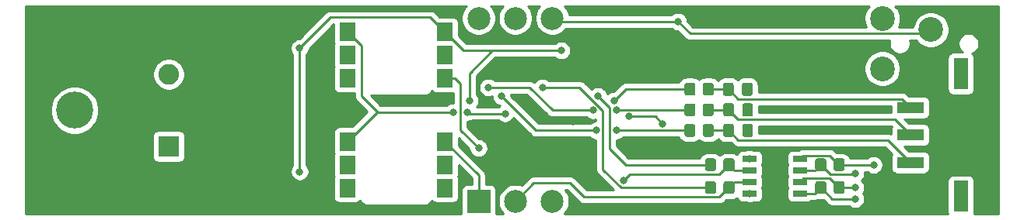
<source format=gbr>
%TF.GenerationSoftware,KiCad,Pcbnew,(5.1.12)-1*%
%TF.CreationDate,2023-03-06T23:23:30+01:00*%
%TF.ProjectId,DualPressure_V2,4475616c-5072-4657-9373-7572655f5632,rev?*%
%TF.SameCoordinates,Original*%
%TF.FileFunction,Copper,L2,Bot*%
%TF.FilePolarity,Positive*%
%FSLAX46Y46*%
G04 Gerber Fmt 4.6, Leading zero omitted, Abs format (unit mm)*
G04 Created by KiCad (PCBNEW (5.1.12)-1) date 2023-03-06 23:23:30*
%MOMM*%
%LPD*%
G01*
G04 APERTURE LIST*
%TA.AperFunction,SMDPad,CuDef*%
%ADD10R,1.750000X2.000000*%
%TD*%
%TA.AperFunction,ComponentPad*%
%ADD11R,2.500000X2.500000*%
%TD*%
%TA.AperFunction,SMDPad,CuDef*%
%ADD12R,1.525000X0.650000*%
%TD*%
%TA.AperFunction,ComponentPad*%
%ADD13C,2.704000*%
%TD*%
%TA.AperFunction,SMDPad,CuDef*%
%ADD14R,2.920000X1.270000*%
%TD*%
%TA.AperFunction,SMDPad,CuDef*%
%ADD15R,1.650000X3.430000*%
%TD*%
%TA.AperFunction,ComponentPad*%
%ADD16C,2.500000*%
%TD*%
%TA.AperFunction,ComponentPad*%
%ADD17R,2.250000X2.250000*%
%TD*%
%TA.AperFunction,ComponentPad*%
%ADD18C,2.250000*%
%TD*%
%TA.AperFunction,ComponentPad*%
%ADD19C,4.050000*%
%TD*%
%TA.AperFunction,ViaPad*%
%ADD20C,0.800000*%
%TD*%
%TA.AperFunction,Conductor*%
%ADD21C,0.250000*%
%TD*%
%TA.AperFunction,Conductor*%
%ADD22C,0.254000*%
%TD*%
%TA.AperFunction,Conductor*%
%ADD23C,0.100000*%
%TD*%
G04 APERTURE END LIST*
D10*
%TO.P,ABP2D0,6*%
%TO.N,/5V*%
X198450000Y-78460000D03*
%TO.P,ABP2D0,1*%
%TO.N,GND*%
X209050000Y-78460000D03*
%TO.P,ABP2D0,5*%
%TO.N,Net-(ABP2D0-Pad5)*%
X198450000Y-81000000D03*
%TO.P,ABP2D0,2*%
%TO.N,Net-(ABP2D0-Pad2)*%
X209050000Y-81000000D03*
%TO.P,ABP2D0,4*%
%TO.N,Net-(ABP2D0-Pad4)*%
X198450000Y-83540000D03*
%TO.P,ABP2D0,3*%
%TO.N,/AIN0*%
X209050000Y-83540000D03*
%TD*%
%TO.P,ABP2D1,3*%
%TO.N,/AIN1*%
X209050000Y-95540000D03*
%TO.P,ABP2D1,4*%
%TO.N,Net-(ABP2D1-Pad4)*%
X198450000Y-95540000D03*
%TO.P,ABP2D1,2*%
%TO.N,Net-(ABP2D1-Pad2)*%
X209050000Y-93000000D03*
%TO.P,ABP2D1,5*%
%TO.N,Net-(ABP2D1-Pad5)*%
X198450000Y-93000000D03*
%TO.P,ABP2D1,1*%
%TO.N,GND*%
X209050000Y-90460000D03*
%TO.P,ABP2D1,6*%
%TO.N,/5V*%
X198450000Y-90460000D03*
%TD*%
%TO.P,C3,1*%
%TO.N,/GPIO2*%
%TA.AperFunction,SMDPad,CuDef*%
G36*
G01*
X239337500Y-85225000D02*
X239337500Y-84275000D01*
G75*
G02*
X239587500Y-84025000I250000J0D01*
G01*
X240262500Y-84025000D01*
G75*
G02*
X240512500Y-84275000I0J-250000D01*
G01*
X240512500Y-85225000D01*
G75*
G02*
X240262500Y-85475000I-250000J0D01*
G01*
X239587500Y-85475000D01*
G75*
G02*
X239337500Y-85225000I0J250000D01*
G01*
G37*
%TD.AperFunction*%
%TO.P,C3,2*%
%TO.N,GND*%
%TA.AperFunction,SMDPad,CuDef*%
G36*
G01*
X241412500Y-85225000D02*
X241412500Y-84275000D01*
G75*
G02*
X241662500Y-84025000I250000J0D01*
G01*
X242337500Y-84025000D01*
G75*
G02*
X242587500Y-84275000I0J-250000D01*
G01*
X242587500Y-85225000D01*
G75*
G02*
X242337500Y-85475000I-250000J0D01*
G01*
X241662500Y-85475000D01*
G75*
G02*
X241412500Y-85225000I0J250000D01*
G01*
G37*
%TD.AperFunction*%
%TD*%
%TO.P,C4,2*%
%TO.N,GND*%
%TA.AperFunction,SMDPad,CuDef*%
G36*
G01*
X241450000Y-87475000D02*
X241450000Y-86525000D01*
G75*
G02*
X241700000Y-86275000I250000J0D01*
G01*
X242375000Y-86275000D01*
G75*
G02*
X242625000Y-86525000I0J-250000D01*
G01*
X242625000Y-87475000D01*
G75*
G02*
X242375000Y-87725000I-250000J0D01*
G01*
X241700000Y-87725000D01*
G75*
G02*
X241450000Y-87475000I0J250000D01*
G01*
G37*
%TD.AperFunction*%
%TO.P,C4,1*%
%TO.N,/GPIO1*%
%TA.AperFunction,SMDPad,CuDef*%
G36*
G01*
X239375000Y-87475000D02*
X239375000Y-86525000D01*
G75*
G02*
X239625000Y-86275000I250000J0D01*
G01*
X240300000Y-86275000D01*
G75*
G02*
X240550000Y-86525000I0J-250000D01*
G01*
X240550000Y-87475000D01*
G75*
G02*
X240300000Y-87725000I-250000J0D01*
G01*
X239625000Y-87725000D01*
G75*
G02*
X239375000Y-87475000I0J250000D01*
G01*
G37*
%TD.AperFunction*%
%TD*%
%TO.P,C5,1*%
%TO.N,/GPIO0*%
%TA.AperFunction,SMDPad,CuDef*%
G36*
G01*
X239375000Y-89725000D02*
X239375000Y-88775000D01*
G75*
G02*
X239625000Y-88525000I250000J0D01*
G01*
X240300000Y-88525000D01*
G75*
G02*
X240550000Y-88775000I0J-250000D01*
G01*
X240550000Y-89725000D01*
G75*
G02*
X240300000Y-89975000I-250000J0D01*
G01*
X239625000Y-89975000D01*
G75*
G02*
X239375000Y-89725000I0J250000D01*
G01*
G37*
%TD.AperFunction*%
%TO.P,C5,2*%
%TO.N,GND*%
%TA.AperFunction,SMDPad,CuDef*%
G36*
G01*
X241450000Y-89725000D02*
X241450000Y-88775000D01*
G75*
G02*
X241700000Y-88525000I250000J0D01*
G01*
X242375000Y-88525000D01*
G75*
G02*
X242625000Y-88775000I0J-250000D01*
G01*
X242625000Y-89725000D01*
G75*
G02*
X242375000Y-89975000I-250000J0D01*
G01*
X241700000Y-89975000D01*
G75*
G02*
X241450000Y-89725000I0J250000D01*
G01*
G37*
%TD.AperFunction*%
%TD*%
D11*
%TO.P,GD0,1*%
%TO.N,GND*%
X212750000Y-97000000D03*
%TD*%
D12*
%TO.P,IC0,1*%
%TO.N,/3.3V*%
X242288000Y-96155000D03*
%TO.P,IC0,2*%
%TO.N,Net-(IC0-Pad2)*%
X242288000Y-94885000D03*
%TO.P,IC0,3*%
%TO.N,Net-(IC0-Pad3)*%
X242288000Y-93615000D03*
%TO.P,IC0,4*%
%TO.N,GND*%
X242288000Y-92345000D03*
%TO.P,IC0,5*%
%TO.N,Net-(IC0-Pad5)*%
X247712000Y-92345000D03*
%TO.P,IC0,6*%
%TO.N,Net-(IC0-Pad6)*%
X247712000Y-93615000D03*
%TO.P,IC0,7*%
%TO.N,Net-(IC0-Pad7)*%
X247712000Y-94885000D03*
%TO.P,IC0,8*%
%TO.N,Net-(IC0-Pad8)*%
X247712000Y-96155000D03*
%TD*%
D13*
%TO.P,J0,1*%
%TO.N,/POWER*%
X262000000Y-78250000D03*
%TO.P,J0,2*%
%TO.N,Net-(D0-Pad1)*%
X256700000Y-82500000D03*
%TO.P,J0,3*%
%TO.N,/SHIELD*%
X256700000Y-77000000D03*
%TD*%
D14*
%TO.P,J2,1*%
%TO.N,/GPIO0*%
X259770000Y-92750000D03*
%TO.P,J2,2*%
%TO.N,/GPIO1*%
X259770000Y-89750000D03*
%TO.P,J2,3*%
%TO.N,/GPIO2*%
X259770000Y-86750000D03*
D15*
%TO.P,J2,MP1*%
%TO.N,Net-(J2-PadMP1)*%
X265250000Y-96455000D03*
%TO.P,J2,MP2*%
%TO.N,Net-(J2-PadMP2)*%
X265250000Y-83045000D03*
%TD*%
D16*
%TO.P,P5,1*%
%TO.N,/5V*%
X216750000Y-77000000D03*
%TD*%
%TO.P,P33,1*%
%TO.N,/3.3V*%
X212750000Y-77000000D03*
%TD*%
%TO.P,PW0,1*%
%TO.N,/POWER*%
X220750000Y-77000000D03*
%TD*%
%TO.P,R0,2*%
%TO.N,Net-(IC0-Pad7)*%
%TA.AperFunction,SMDPad,CuDef*%
G36*
G01*
X251400000Y-95950001D02*
X251400000Y-95049999D01*
G75*
G02*
X251649999Y-94800000I249999J0D01*
G01*
X252350001Y-94800000D01*
G75*
G02*
X252600000Y-95049999I0J-249999D01*
G01*
X252600000Y-95950001D01*
G75*
G02*
X252350001Y-96200000I-249999J0D01*
G01*
X251649999Y-96200000D01*
G75*
G02*
X251400000Y-95950001I0J249999D01*
G01*
G37*
%TD.AperFunction*%
%TO.P,R0,1*%
%TO.N,Net-(IC0-Pad8)*%
%TA.AperFunction,SMDPad,CuDef*%
G36*
G01*
X249400000Y-95950001D02*
X249400000Y-95049999D01*
G75*
G02*
X249649999Y-94800000I249999J0D01*
G01*
X250350001Y-94800000D01*
G75*
G02*
X250600000Y-95049999I0J-249999D01*
G01*
X250600000Y-95950001D01*
G75*
G02*
X250350001Y-96200000I-249999J0D01*
G01*
X249649999Y-96200000D01*
G75*
G02*
X249400000Y-95950001I0J249999D01*
G01*
G37*
%TD.AperFunction*%
%TD*%
%TO.P,R1,1*%
%TO.N,Net-(IC0-Pad2)*%
%TA.AperFunction,SMDPad,CuDef*%
G36*
G01*
X240600000Y-95049999D02*
X240600000Y-95950001D01*
G75*
G02*
X240350001Y-96200000I-249999J0D01*
G01*
X239649999Y-96200000D01*
G75*
G02*
X239400000Y-95950001I0J249999D01*
G01*
X239400000Y-95049999D01*
G75*
G02*
X239649999Y-94800000I249999J0D01*
G01*
X240350001Y-94800000D01*
G75*
G02*
X240600000Y-95049999I0J-249999D01*
G01*
G37*
%TD.AperFunction*%
%TO.P,R1,2*%
%TO.N,Net-(IC1-Pad16)*%
%TA.AperFunction,SMDPad,CuDef*%
G36*
G01*
X238600000Y-95049999D02*
X238600000Y-95950001D01*
G75*
G02*
X238350001Y-96200000I-249999J0D01*
G01*
X237649999Y-96200000D01*
G75*
G02*
X237400000Y-95950001I0J249999D01*
G01*
X237400000Y-95049999D01*
G75*
G02*
X237649999Y-94800000I249999J0D01*
G01*
X238350001Y-94800000D01*
G75*
G02*
X238600000Y-95049999I0J-249999D01*
G01*
G37*
%TD.AperFunction*%
%TD*%
%TO.P,R2,2*%
%TO.N,Net-(IC1-Pad15)*%
%TA.AperFunction,SMDPad,CuDef*%
G36*
G01*
X238600000Y-92549999D02*
X238600000Y-93450001D01*
G75*
G02*
X238350001Y-93700000I-249999J0D01*
G01*
X237649999Y-93700000D01*
G75*
G02*
X237400000Y-93450001I0J249999D01*
G01*
X237400000Y-92549999D01*
G75*
G02*
X237649999Y-92300000I249999J0D01*
G01*
X238350001Y-92300000D01*
G75*
G02*
X238600000Y-92549999I0J-249999D01*
G01*
G37*
%TD.AperFunction*%
%TO.P,R2,1*%
%TO.N,Net-(IC0-Pad3)*%
%TA.AperFunction,SMDPad,CuDef*%
G36*
G01*
X240600000Y-92549999D02*
X240600000Y-93450001D01*
G75*
G02*
X240350001Y-93700000I-249999J0D01*
G01*
X239649999Y-93700000D01*
G75*
G02*
X239400000Y-93450001I0J249999D01*
G01*
X239400000Y-92549999D01*
G75*
G02*
X239649999Y-92300000I249999J0D01*
G01*
X240350001Y-92300000D01*
G75*
G02*
X240600000Y-92549999I0J-249999D01*
G01*
G37*
%TD.AperFunction*%
%TD*%
%TO.P,R3,1*%
%TO.N,/GPIO2*%
%TA.AperFunction,SMDPad,CuDef*%
G36*
G01*
X238350000Y-84299999D02*
X238350000Y-85200001D01*
G75*
G02*
X238100001Y-85450000I-249999J0D01*
G01*
X237399999Y-85450000D01*
G75*
G02*
X237150000Y-85200001I0J249999D01*
G01*
X237150000Y-84299999D01*
G75*
G02*
X237399999Y-84050000I249999J0D01*
G01*
X238100001Y-84050000D01*
G75*
G02*
X238350000Y-84299999I0J-249999D01*
G01*
G37*
%TD.AperFunction*%
%TO.P,R3,2*%
%TO.N,Net-(IC1-Pad14)*%
%TA.AperFunction,SMDPad,CuDef*%
G36*
G01*
X236350000Y-84299999D02*
X236350000Y-85200001D01*
G75*
G02*
X236100001Y-85450000I-249999J0D01*
G01*
X235399999Y-85450000D01*
G75*
G02*
X235150000Y-85200001I0J249999D01*
G01*
X235150000Y-84299999D01*
G75*
G02*
X235399999Y-84050000I249999J0D01*
G01*
X236100001Y-84050000D01*
G75*
G02*
X236350000Y-84299999I0J-249999D01*
G01*
G37*
%TD.AperFunction*%
%TD*%
%TO.P,R4,1*%
%TO.N,Net-(IC1-Pad1)*%
%TA.AperFunction,SMDPad,CuDef*%
G36*
G01*
X235150000Y-87450001D02*
X235150000Y-86549999D01*
G75*
G02*
X235399999Y-86300000I249999J0D01*
G01*
X236100001Y-86300000D01*
G75*
G02*
X236350000Y-86549999I0J-249999D01*
G01*
X236350000Y-87450001D01*
G75*
G02*
X236100001Y-87700000I-249999J0D01*
G01*
X235399999Y-87700000D01*
G75*
G02*
X235150000Y-87450001I0J249999D01*
G01*
G37*
%TD.AperFunction*%
%TO.P,R4,2*%
%TO.N,/GPIO1*%
%TA.AperFunction,SMDPad,CuDef*%
G36*
G01*
X237150000Y-87450001D02*
X237150000Y-86549999D01*
G75*
G02*
X237399999Y-86300000I249999J0D01*
G01*
X238100001Y-86300000D01*
G75*
G02*
X238350000Y-86549999I0J-249999D01*
G01*
X238350000Y-87450001D01*
G75*
G02*
X238100001Y-87700000I-249999J0D01*
G01*
X237399999Y-87700000D01*
G75*
G02*
X237150000Y-87450001I0J249999D01*
G01*
G37*
%TD.AperFunction*%
%TD*%
%TO.P,R5,2*%
%TO.N,/GPIO0*%
%TA.AperFunction,SMDPad,CuDef*%
G36*
G01*
X237150000Y-89700001D02*
X237150000Y-88799999D01*
G75*
G02*
X237399999Y-88550000I249999J0D01*
G01*
X238100001Y-88550000D01*
G75*
G02*
X238350000Y-88799999I0J-249999D01*
G01*
X238350000Y-89700001D01*
G75*
G02*
X238100001Y-89950000I-249999J0D01*
G01*
X237399999Y-89950000D01*
G75*
G02*
X237150000Y-89700001I0J249999D01*
G01*
G37*
%TD.AperFunction*%
%TO.P,R5,1*%
%TO.N,Net-(IC1-Pad2)*%
%TA.AperFunction,SMDPad,CuDef*%
G36*
G01*
X235150000Y-89700001D02*
X235150000Y-88799999D01*
G75*
G02*
X235399999Y-88550000I249999J0D01*
G01*
X236100001Y-88550000D01*
G75*
G02*
X236350000Y-88799999I0J-249999D01*
G01*
X236350000Y-89700001D01*
G75*
G02*
X236100001Y-89950000I-249999J0D01*
G01*
X235399999Y-89950000D01*
G75*
G02*
X235150000Y-89700001I0J249999D01*
G01*
G37*
%TD.AperFunction*%
%TD*%
%TO.P,R10,1*%
%TO.N,Net-(IC0-Pad6)*%
%TA.AperFunction,SMDPad,CuDef*%
G36*
G01*
X249400000Y-93450001D02*
X249400000Y-92549999D01*
G75*
G02*
X249649999Y-92300000I249999J0D01*
G01*
X250350001Y-92300000D01*
G75*
G02*
X250600000Y-92549999I0J-249999D01*
G01*
X250600000Y-93450001D01*
G75*
G02*
X250350001Y-93700000I-249999J0D01*
G01*
X249649999Y-93700000D01*
G75*
G02*
X249400000Y-93450001I0J249999D01*
G01*
G37*
%TD.AperFunction*%
%TO.P,R10,2*%
%TO.N,Net-(IC0-Pad5)*%
%TA.AperFunction,SMDPad,CuDef*%
G36*
G01*
X251400000Y-93450001D02*
X251400000Y-92549999D01*
G75*
G02*
X251649999Y-92300000I249999J0D01*
G01*
X252350001Y-92300000D01*
G75*
G02*
X252600000Y-92549999I0J-249999D01*
G01*
X252600000Y-93450001D01*
G75*
G02*
X252350001Y-93700000I-249999J0D01*
G01*
X251649999Y-93700000D01*
G75*
G02*
X251400000Y-93450001I0J249999D01*
G01*
G37*
%TD.AperFunction*%
%TD*%
%TO.P,RX0,1*%
%TO.N,Net-(IC0-Pad2)*%
X216750000Y-97000000D03*
%TD*%
%TO.P,TX0,1*%
%TO.N,Net-(IC0-Pad3)*%
X220750000Y-97000000D03*
%TD*%
D17*
%TO.P,U0,1*%
%TO.N,Net-(R6-Pad2)*%
X179000000Y-91000000D03*
D18*
%TO.P,U0,2*%
%TO.N,Net-(R7-Pad1)*%
X179000000Y-83100000D03*
D19*
%TO.P,U0,MH1*%
%TO.N,Net-(U0-PadMH1)*%
X168750000Y-87050000D03*
%TD*%
D20*
%TO.N,/5V*%
X215626289Y-87400000D03*
X211500000Y-87250000D03*
X210000000Y-87250000D03*
X198450000Y-90460000D03*
%TO.N,GND*%
X193250000Y-93750000D03*
X193250000Y-80250000D03*
X242000000Y-84750000D03*
X242037500Y-87000000D03*
X242037500Y-89250000D03*
X242288000Y-92345000D03*
X221750000Y-80500000D03*
X209050000Y-90460000D03*
X211750000Y-86000000D03*
%TO.N,/AIN0*%
X212750000Y-91185000D03*
%TO.N,/AIN1*%
X209050000Y-95540000D03*
%TO.N,/POWER*%
X234445000Y-77346000D03*
%TO.N,/3.3V*%
X229150000Y-87737500D03*
X232750000Y-88500000D03*
X242288000Y-96155000D03*
%TO.N,Net-(IC0-Pad3)*%
X228512653Y-94737347D03*
%TO.N,Net-(IC0-Pad5)*%
X255762653Y-93012653D03*
%TO.N,Net-(IC0-Pad6)*%
X253750000Y-94000000D03*
%TO.N,Net-(IC0-Pad7)*%
X253750000Y-95500000D03*
%TO.N,Net-(IC0-Pad8)*%
X253750000Y-96750000D03*
%TO.N,Net-(IC1-Pad1)*%
X227750000Y-87000000D03*
X225200846Y-87049154D03*
X213812000Y-84549998D03*
%TO.N,Net-(IC1-Pad2)*%
X227750000Y-89250000D03*
X225525000Y-89250000D03*
X215250000Y-85500000D03*
%TO.N,Net-(IC1-Pad14)*%
X227500000Y-86000000D03*
%TO.N,Net-(IC1-Pad15)*%
X225750000Y-85500000D03*
%TO.N,Net-(IC1-Pad16)*%
X219688000Y-84549998D03*
%TO.N,/SHIELD*%
X259500000Y-77000000D03*
X254000000Y-77000000D03*
X228750000Y-91000000D03*
X216750000Y-82500000D03*
X223750000Y-80750000D03*
X216750000Y-93750000D03*
X203750000Y-86250000D03*
X254750000Y-89250000D03*
X254750000Y-87000000D03*
X223000000Y-88250000D03*
X229500000Y-97750000D03*
X238250000Y-82500000D03*
X238250000Y-77250000D03*
X231250000Y-80750000D03*
X216750000Y-89000000D03*
X261250000Y-96500000D03*
%TD*%
D21*
%TO.N,/5V*%
X211650000Y-87400000D02*
X211500000Y-87250000D01*
X215626289Y-87400000D02*
X211650000Y-87400000D01*
X210000000Y-87250000D02*
X202250000Y-87250000D01*
X210000000Y-87250000D02*
X202005012Y-87250000D01*
X198450000Y-90460000D02*
X201660000Y-87250000D01*
X201660000Y-87250000D02*
X210000000Y-87250000D01*
X210000000Y-87250000D02*
X201750000Y-87250000D01*
X201750000Y-87250000D02*
X200000000Y-85500000D01*
X200000000Y-80010000D02*
X198450000Y-78460000D01*
X200000000Y-85500000D02*
X200000000Y-80010000D01*
%TO.N,GND*%
X242000000Y-86962500D02*
X242037500Y-87000000D01*
X242000000Y-84750000D02*
X242000000Y-84750000D01*
X242037500Y-92094500D02*
X242288000Y-92345000D01*
X193250000Y-93750000D02*
X193250000Y-80250000D01*
X207489990Y-76899990D02*
X209050000Y-78460000D01*
X196600010Y-76899990D02*
X207489990Y-76899990D01*
X193250000Y-80250000D02*
X196600010Y-76899990D01*
X212750000Y-94160000D02*
X212750000Y-97000000D01*
X209050000Y-90460000D02*
X212750000Y-94160000D01*
X211090000Y-80500000D02*
X209050000Y-78460000D01*
X221750000Y-80500000D02*
X211090000Y-80500000D01*
X221750000Y-80500000D02*
X214250000Y-80500000D01*
X211750000Y-83000000D02*
X211750000Y-86000000D01*
X214250000Y-80500000D02*
X211750000Y-83000000D01*
%TO.N,/AIN0*%
X210774999Y-89209999D02*
X212750000Y-91185000D01*
X210774999Y-84139999D02*
X210774999Y-89209999D01*
X210175000Y-83540000D02*
X210774999Y-84139999D01*
X209050000Y-83540000D02*
X210175000Y-83540000D01*
%TO.N,/POWER*%
X235776001Y-78677001D02*
X234445000Y-77346000D01*
X261572999Y-78677001D02*
X235776001Y-78677001D01*
X262000000Y-78250000D02*
X261572999Y-78677001D01*
X221096000Y-77346000D02*
X220750000Y-77000000D01*
X234445000Y-77346000D02*
X221096000Y-77346000D01*
%TO.N,/3.3V*%
X231987500Y-87737500D02*
X232750000Y-88500000D01*
X229150000Y-87737500D02*
X231987500Y-87737500D01*
%TO.N,/GPIO2*%
X237750000Y-84750000D02*
X239925000Y-84750000D01*
X258820010Y-85800010D02*
X259770000Y-86750000D01*
X240975010Y-85800010D02*
X258820010Y-85800010D01*
X239925000Y-84750000D02*
X240975010Y-85800010D01*
%TO.N,/GPIO1*%
X237750000Y-87000000D02*
X239962500Y-87000000D01*
X258070010Y-88050010D02*
X259770000Y-89750000D01*
X241012510Y-88050010D02*
X258070010Y-88050010D01*
X239962500Y-87000000D02*
X241012510Y-88050010D01*
%TO.N,/GPIO0*%
X237750000Y-89250000D02*
X239962500Y-89250000D01*
X257320010Y-90300010D02*
X241012510Y-90300010D01*
X241012510Y-90300010D02*
X239962500Y-89250000D01*
X259770000Y-92750000D02*
X257320010Y-90300010D01*
%TO.N,Net-(IC0-Pad2)*%
X240615000Y-94885000D02*
X240000000Y-95500000D01*
X242288000Y-94885000D02*
X240615000Y-94885000D01*
X240000000Y-95500000D02*
X238974990Y-96525010D01*
X216750000Y-97000000D02*
X218750000Y-95000000D01*
X218750000Y-95000000D02*
X222699980Y-95000000D01*
X222699980Y-95000000D02*
X224224990Y-96525010D01*
X238974990Y-96525010D02*
X224224990Y-96525010D01*
%TO.N,Net-(IC0-Pad3)*%
X240615000Y-93615000D02*
X240000000Y-93000000D01*
X242288000Y-93615000D02*
X240615000Y-93615000D01*
X229224990Y-94025010D02*
X228512653Y-94737347D01*
X238974990Y-94025010D02*
X229224990Y-94025010D01*
X240000000Y-93000000D02*
X238974990Y-94025010D01*
%TO.N,Net-(IC0-Pad5)*%
X250974990Y-91974990D02*
X252000000Y-93000000D01*
X248082010Y-91974990D02*
X250974990Y-91974990D01*
X247712000Y-92345000D02*
X248082010Y-91974990D01*
X252012653Y-93012653D02*
X252000000Y-93000000D01*
X255762653Y-93012653D02*
X252012653Y-93012653D01*
%TO.N,Net-(IC0-Pad6)*%
X249385000Y-93615000D02*
X250000000Y-93000000D01*
X247712000Y-93615000D02*
X249385000Y-93615000D01*
X251025010Y-94025010D02*
X250000000Y-93000000D01*
X253724990Y-94025010D02*
X251025010Y-94025010D01*
X253750000Y-94000000D02*
X253724990Y-94025010D01*
%TO.N,Net-(IC0-Pad7)*%
X250974990Y-94474990D02*
X252000000Y-95500000D01*
X248122010Y-94474990D02*
X250974990Y-94474990D01*
X247712000Y-94885000D02*
X248122010Y-94474990D01*
X253750000Y-95500000D02*
X252000000Y-95500000D01*
%TO.N,Net-(IC0-Pad8)*%
X249345000Y-96155000D02*
X250000000Y-95500000D01*
X247712000Y-96155000D02*
X249345000Y-96155000D01*
X251250000Y-96750000D02*
X250000000Y-95500000D01*
X253750000Y-96750000D02*
X251250000Y-96750000D01*
%TO.N,Net-(IC1-Pad1)*%
X235750000Y-87000000D02*
X227750000Y-87000000D01*
X213812000Y-84549998D02*
X218299998Y-84549998D01*
X220799154Y-87049154D02*
X223450846Y-87049154D01*
X218299998Y-84549998D02*
X220799154Y-87049154D01*
X225200846Y-87049154D02*
X223450846Y-87049154D01*
%TO.N,Net-(IC1-Pad2)*%
X235750000Y-89250000D02*
X227750000Y-89250000D01*
X219000000Y-89250000D02*
X215250000Y-85500000D01*
X225525000Y-89250000D02*
X219000000Y-89250000D01*
%TO.N,Net-(IC1-Pad14)*%
X228750000Y-84750000D02*
X227500000Y-86000000D01*
X235750000Y-84750000D02*
X228750000Y-84750000D01*
%TO.N,Net-(IC1-Pad15)*%
X238000000Y-93000000D02*
X228750000Y-93000000D01*
X228750000Y-93000000D02*
X227000000Y-91250000D01*
X227000000Y-86750000D02*
X225750000Y-85500000D01*
X227000000Y-91250000D02*
X227000000Y-86750000D01*
%TO.N,Net-(IC1-Pad16)*%
X238000000Y-95500000D02*
X228250000Y-95500000D01*
X228250000Y-95500000D02*
X226250000Y-93500000D01*
X226250000Y-93500000D02*
X226250000Y-87073002D01*
X223726996Y-84549998D02*
X219688000Y-84549998D01*
X226250000Y-87073002D02*
X223726996Y-84549998D01*
%TD*%
D22*
%TO.N,/SHIELD*%
X211285825Y-75798382D02*
X211079534Y-76107118D01*
X210937439Y-76450166D01*
X210865000Y-76814344D01*
X210865000Y-77185656D01*
X210937439Y-77549834D01*
X211079534Y-77892882D01*
X211285825Y-78201618D01*
X211548382Y-78464175D01*
X211857118Y-78670466D01*
X212200166Y-78812561D01*
X212564344Y-78885000D01*
X212935656Y-78885000D01*
X213299834Y-78812561D01*
X213642882Y-78670466D01*
X213951618Y-78464175D01*
X214214175Y-78201618D01*
X214420466Y-77892882D01*
X214562561Y-77549834D01*
X214635000Y-77185656D01*
X214635000Y-76814344D01*
X214562561Y-76450166D01*
X214420466Y-76107118D01*
X214214175Y-75798382D01*
X214075793Y-75660000D01*
X215424207Y-75660000D01*
X215285825Y-75798382D01*
X215079534Y-76107118D01*
X214937439Y-76450166D01*
X214865000Y-76814344D01*
X214865000Y-77185656D01*
X214937439Y-77549834D01*
X215079534Y-77892882D01*
X215285825Y-78201618D01*
X215548382Y-78464175D01*
X215857118Y-78670466D01*
X216200166Y-78812561D01*
X216564344Y-78885000D01*
X216935656Y-78885000D01*
X217299834Y-78812561D01*
X217642882Y-78670466D01*
X217951618Y-78464175D01*
X218214175Y-78201618D01*
X218420466Y-77892882D01*
X218562561Y-77549834D01*
X218635000Y-77185656D01*
X218635000Y-76814344D01*
X218562561Y-76450166D01*
X218420466Y-76107118D01*
X218214175Y-75798382D01*
X218075793Y-75660000D01*
X219424207Y-75660000D01*
X219285825Y-75798382D01*
X219079534Y-76107118D01*
X218937439Y-76450166D01*
X218865000Y-76814344D01*
X218865000Y-77185656D01*
X218937439Y-77549834D01*
X219079534Y-77892882D01*
X219285825Y-78201618D01*
X219548382Y-78464175D01*
X219857118Y-78670466D01*
X220200166Y-78812561D01*
X220564344Y-78885000D01*
X220935656Y-78885000D01*
X221299834Y-78812561D01*
X221642882Y-78670466D01*
X221951618Y-78464175D01*
X222214175Y-78201618D01*
X222278065Y-78106000D01*
X233741289Y-78106000D01*
X233785226Y-78149937D01*
X233954744Y-78263205D01*
X234143102Y-78341226D01*
X234343061Y-78381000D01*
X234405199Y-78381000D01*
X235212202Y-79188004D01*
X235236000Y-79217002D01*
X235351725Y-79311975D01*
X235483754Y-79382547D01*
X235627015Y-79426004D01*
X235738668Y-79437001D01*
X235738676Y-79437001D01*
X235776001Y-79440677D01*
X235813326Y-79437001D01*
X257505023Y-79437001D01*
X257465000Y-79638212D01*
X257465000Y-79861788D01*
X257508617Y-80081067D01*
X257594176Y-80287624D01*
X257718388Y-80473520D01*
X257876480Y-80631612D01*
X258062376Y-80755824D01*
X258268933Y-80841383D01*
X258488212Y-80885000D01*
X258711788Y-80885000D01*
X258931067Y-80841383D01*
X259137624Y-80755824D01*
X259323520Y-80631612D01*
X259481612Y-80473520D01*
X259605824Y-80287624D01*
X259691383Y-80081067D01*
X259735000Y-79861788D01*
X259735000Y-79638212D01*
X259694977Y-79437001D01*
X260403385Y-79437001D01*
X260456597Y-79516639D01*
X260733361Y-79793403D01*
X261058803Y-80010856D01*
X261420414Y-80160640D01*
X261804298Y-80237000D01*
X262195702Y-80237000D01*
X262579586Y-80160640D01*
X262941197Y-80010856D01*
X263266639Y-79793403D01*
X263543403Y-79516639D01*
X263760856Y-79191197D01*
X263910640Y-78829586D01*
X263987000Y-78445702D01*
X263987000Y-78054298D01*
X263910640Y-77670414D01*
X263760856Y-77308803D01*
X263543403Y-76983361D01*
X263266639Y-76706597D01*
X262941197Y-76489144D01*
X262579586Y-76339360D01*
X262195702Y-76263000D01*
X261804298Y-76263000D01*
X261420414Y-76339360D01*
X261058803Y-76489144D01*
X260733361Y-76706597D01*
X260456597Y-76983361D01*
X260239144Y-77308803D01*
X260089360Y-77670414D01*
X260040310Y-77917001D01*
X258462940Y-77917001D01*
X258562709Y-77718875D01*
X258667164Y-77341666D01*
X258696021Y-76951326D01*
X258648173Y-76562857D01*
X258525456Y-76191187D01*
X258386672Y-75931541D01*
X258086264Y-75793344D01*
X258201189Y-75678419D01*
X258182770Y-75660000D01*
X269340000Y-75660000D01*
X269340001Y-98340000D01*
X266687004Y-98340000D01*
X266700812Y-98294482D01*
X266713072Y-98170000D01*
X266713072Y-94740000D01*
X266700812Y-94615518D01*
X266664502Y-94495820D01*
X266605537Y-94385506D01*
X266526185Y-94288815D01*
X266429494Y-94209463D01*
X266319180Y-94150498D01*
X266199482Y-94114188D01*
X266075000Y-94101928D01*
X264425000Y-94101928D01*
X264300518Y-94114188D01*
X264180820Y-94150498D01*
X264070506Y-94209463D01*
X263973815Y-94288815D01*
X263894463Y-94385506D01*
X263835498Y-94495820D01*
X263799188Y-94615518D01*
X263786928Y-94740000D01*
X263786928Y-98170000D01*
X263799188Y-98294482D01*
X263812996Y-98340000D01*
X222075793Y-98340000D01*
X222214175Y-98201618D01*
X222420466Y-97892882D01*
X222562561Y-97549834D01*
X222635000Y-97185656D01*
X222635000Y-96814344D01*
X222562561Y-96450166D01*
X222420466Y-96107118D01*
X222214175Y-95798382D01*
X222175793Y-95760000D01*
X222385179Y-95760000D01*
X223661191Y-97036013D01*
X223684989Y-97065011D01*
X223800714Y-97159984D01*
X223932743Y-97230556D01*
X224076004Y-97274013D01*
X224187657Y-97285010D01*
X224187667Y-97285010D01*
X224224990Y-97288686D01*
X224262313Y-97285010D01*
X238937668Y-97285010D01*
X238974990Y-97288686D01*
X239012312Y-97285010D01*
X239012323Y-97285010D01*
X239123976Y-97274013D01*
X239267237Y-97230556D01*
X239399266Y-97159984D01*
X239514991Y-97065011D01*
X239538794Y-97036008D01*
X239736729Y-96838072D01*
X240350001Y-96838072D01*
X240523255Y-96821008D01*
X240689851Y-96770472D01*
X240843387Y-96688405D01*
X240908849Y-96634682D01*
X240935998Y-96724180D01*
X240994963Y-96834494D01*
X241074315Y-96931185D01*
X241171006Y-97010537D01*
X241281320Y-97069502D01*
X241401018Y-97105812D01*
X241525500Y-97118072D01*
X241908476Y-97118072D01*
X241986102Y-97150226D01*
X242186061Y-97190000D01*
X242389939Y-97190000D01*
X242589898Y-97150226D01*
X242667524Y-97118072D01*
X243050500Y-97118072D01*
X243174982Y-97105812D01*
X243294680Y-97069502D01*
X243404994Y-97010537D01*
X243501685Y-96931185D01*
X243581037Y-96834494D01*
X243640002Y-96724180D01*
X243676312Y-96604482D01*
X243688572Y-96480000D01*
X243688572Y-95830000D01*
X243676312Y-95705518D01*
X243640002Y-95585820D01*
X243604820Y-95520000D01*
X243640002Y-95454180D01*
X243676312Y-95334482D01*
X243688572Y-95210000D01*
X243688572Y-94560000D01*
X243676312Y-94435518D01*
X243640002Y-94315820D01*
X243604820Y-94250000D01*
X243640002Y-94184180D01*
X243676312Y-94064482D01*
X243688572Y-93940000D01*
X243688572Y-93290000D01*
X243676312Y-93165518D01*
X243640002Y-93045820D01*
X243604820Y-92980000D01*
X243640002Y-92914180D01*
X243676312Y-92794482D01*
X243688572Y-92670000D01*
X243688572Y-92020000D01*
X246311428Y-92020000D01*
X246311428Y-92670000D01*
X246323688Y-92794482D01*
X246359998Y-92914180D01*
X246395180Y-92980000D01*
X246359998Y-93045820D01*
X246323688Y-93165518D01*
X246311428Y-93290000D01*
X246311428Y-93940000D01*
X246323688Y-94064482D01*
X246359998Y-94184180D01*
X246395180Y-94250000D01*
X246359998Y-94315820D01*
X246323688Y-94435518D01*
X246311428Y-94560000D01*
X246311428Y-95210000D01*
X246323688Y-95334482D01*
X246359998Y-95454180D01*
X246395180Y-95520000D01*
X246359998Y-95585820D01*
X246323688Y-95705518D01*
X246311428Y-95830000D01*
X246311428Y-96480000D01*
X246323688Y-96604482D01*
X246359998Y-96724180D01*
X246418963Y-96834494D01*
X246498315Y-96931185D01*
X246595006Y-97010537D01*
X246705320Y-97069502D01*
X246825018Y-97105812D01*
X246949500Y-97118072D01*
X248474500Y-97118072D01*
X248598982Y-97105812D01*
X248718680Y-97069502D01*
X248828994Y-97010537D01*
X248925685Y-96931185D01*
X248938968Y-96915000D01*
X249307678Y-96915000D01*
X249345000Y-96918676D01*
X249382322Y-96915000D01*
X249382333Y-96915000D01*
X249493986Y-96904003D01*
X249637247Y-96860546D01*
X249679292Y-96838072D01*
X250263270Y-96838072D01*
X250686201Y-97261003D01*
X250709999Y-97290001D01*
X250738997Y-97313799D01*
X250825723Y-97384974D01*
X250957753Y-97455546D01*
X251101014Y-97499003D01*
X251212667Y-97510000D01*
X251212677Y-97510000D01*
X251250000Y-97513676D01*
X251287323Y-97510000D01*
X253046289Y-97510000D01*
X253090226Y-97553937D01*
X253259744Y-97667205D01*
X253448102Y-97745226D01*
X253648061Y-97785000D01*
X253851939Y-97785000D01*
X254051898Y-97745226D01*
X254240256Y-97667205D01*
X254409774Y-97553937D01*
X254553937Y-97409774D01*
X254667205Y-97240256D01*
X254745226Y-97051898D01*
X254785000Y-96851939D01*
X254785000Y-96648061D01*
X254745226Y-96448102D01*
X254667205Y-96259744D01*
X254577172Y-96125000D01*
X254667205Y-95990256D01*
X254745226Y-95801898D01*
X254785000Y-95601939D01*
X254785000Y-95398061D01*
X254745226Y-95198102D01*
X254667205Y-95009744D01*
X254553937Y-94840226D01*
X254463711Y-94750000D01*
X254553937Y-94659774D01*
X254667205Y-94490256D01*
X254745226Y-94301898D01*
X254785000Y-94101939D01*
X254785000Y-93898061D01*
X254760055Y-93772653D01*
X255058942Y-93772653D01*
X255102879Y-93816590D01*
X255272397Y-93929858D01*
X255460755Y-94007879D01*
X255660714Y-94047653D01*
X255864592Y-94047653D01*
X256064551Y-94007879D01*
X256252909Y-93929858D01*
X256422427Y-93816590D01*
X256566590Y-93672427D01*
X256679858Y-93502909D01*
X256757879Y-93314551D01*
X256797653Y-93114592D01*
X256797653Y-92910714D01*
X256757879Y-92710755D01*
X256679858Y-92522397D01*
X256566590Y-92352879D01*
X256422427Y-92208716D01*
X256252909Y-92095448D01*
X256064551Y-92017427D01*
X255864592Y-91977653D01*
X255660714Y-91977653D01*
X255460755Y-92017427D01*
X255272397Y-92095448D01*
X255102879Y-92208716D01*
X255058942Y-92252653D01*
X253183365Y-92252653D01*
X253170472Y-92210149D01*
X253088405Y-92056613D01*
X252977962Y-91922038D01*
X252843387Y-91811595D01*
X252689851Y-91729528D01*
X252523255Y-91678992D01*
X252350001Y-91661928D01*
X251736729Y-91661928D01*
X251538794Y-91463992D01*
X251514991Y-91434989D01*
X251399266Y-91340016D01*
X251267237Y-91269444D01*
X251123976Y-91225987D01*
X251012323Y-91214990D01*
X251012312Y-91214990D01*
X250974990Y-91211314D01*
X250937668Y-91214990D01*
X248119332Y-91214990D01*
X248082009Y-91211314D01*
X248044686Y-91214990D01*
X248044677Y-91214990D01*
X247933024Y-91225987D01*
X247789763Y-91269444D01*
X247657734Y-91340016D01*
X247606664Y-91381928D01*
X246949500Y-91381928D01*
X246825018Y-91394188D01*
X246705320Y-91430498D01*
X246595006Y-91489463D01*
X246498315Y-91568815D01*
X246418963Y-91665506D01*
X246359998Y-91775820D01*
X246323688Y-91895518D01*
X246311428Y-92020000D01*
X243688572Y-92020000D01*
X243676312Y-91895518D01*
X243640002Y-91775820D01*
X243581037Y-91665506D01*
X243501685Y-91568815D01*
X243404994Y-91489463D01*
X243294680Y-91430498D01*
X243174982Y-91394188D01*
X243050500Y-91381928D01*
X242667524Y-91381928D01*
X242589898Y-91349774D01*
X242389939Y-91310000D01*
X242186061Y-91310000D01*
X242066842Y-91333714D01*
X242037500Y-91330824D01*
X241888515Y-91345498D01*
X241768417Y-91381928D01*
X241525500Y-91381928D01*
X241401018Y-91394188D01*
X241281320Y-91430498D01*
X241171006Y-91489463D01*
X241074315Y-91568815D01*
X240994963Y-91665506D01*
X240935998Y-91775820D01*
X240908849Y-91865318D01*
X240843387Y-91811595D01*
X240689851Y-91729528D01*
X240523255Y-91678992D01*
X240350001Y-91661928D01*
X239649999Y-91661928D01*
X239476745Y-91678992D01*
X239310149Y-91729528D01*
X239156613Y-91811595D01*
X239022038Y-91922038D01*
X239000000Y-91948891D01*
X238977962Y-91922038D01*
X238843387Y-91811595D01*
X238689851Y-91729528D01*
X238523255Y-91678992D01*
X238350001Y-91661928D01*
X237649999Y-91661928D01*
X237476745Y-91678992D01*
X237310149Y-91729528D01*
X237156613Y-91811595D01*
X237022038Y-91922038D01*
X236911595Y-92056613D01*
X236829528Y-92210149D01*
X236820473Y-92240000D01*
X229064802Y-92240000D01*
X227760000Y-90935199D01*
X227760000Y-90285000D01*
X227851939Y-90285000D01*
X228051898Y-90245226D01*
X228240256Y-90167205D01*
X228409774Y-90053937D01*
X228453711Y-90010000D01*
X234570473Y-90010000D01*
X234579528Y-90039851D01*
X234661595Y-90193387D01*
X234772038Y-90327962D01*
X234906613Y-90438405D01*
X235060149Y-90520472D01*
X235226745Y-90571008D01*
X235399999Y-90588072D01*
X236100001Y-90588072D01*
X236273255Y-90571008D01*
X236439851Y-90520472D01*
X236593387Y-90438405D01*
X236727962Y-90327962D01*
X236750000Y-90301109D01*
X236772038Y-90327962D01*
X236906613Y-90438405D01*
X237060149Y-90520472D01*
X237226745Y-90571008D01*
X237399999Y-90588072D01*
X238100001Y-90588072D01*
X238273255Y-90571008D01*
X238439851Y-90520472D01*
X238593387Y-90438405D01*
X238727962Y-90327962D01*
X238838405Y-90193387D01*
X238855819Y-90160808D01*
X238886595Y-90218386D01*
X238997038Y-90352962D01*
X239131614Y-90463405D01*
X239285150Y-90545472D01*
X239451746Y-90596008D01*
X239625000Y-90613072D01*
X240250769Y-90613072D01*
X240448715Y-90811018D01*
X240472509Y-90840011D01*
X240501502Y-90863805D01*
X240501506Y-90863809D01*
X240536775Y-90892753D01*
X240588234Y-90934984D01*
X240720263Y-91005556D01*
X240863524Y-91049013D01*
X240975177Y-91060010D01*
X240975186Y-91060010D01*
X241012509Y-91063686D01*
X241049832Y-91060010D01*
X257005209Y-91060010D01*
X257753771Y-91808572D01*
X257720498Y-91870820D01*
X257684188Y-91990518D01*
X257671928Y-92115000D01*
X257671928Y-93385000D01*
X257684188Y-93509482D01*
X257720498Y-93629180D01*
X257779463Y-93739494D01*
X257858815Y-93836185D01*
X257955506Y-93915537D01*
X258065820Y-93974502D01*
X258185518Y-94010812D01*
X258310000Y-94023072D01*
X261230000Y-94023072D01*
X261354482Y-94010812D01*
X261474180Y-93974502D01*
X261584494Y-93915537D01*
X261681185Y-93836185D01*
X261760537Y-93739494D01*
X261819502Y-93629180D01*
X261855812Y-93509482D01*
X261868072Y-93385000D01*
X261868072Y-92115000D01*
X261855812Y-91990518D01*
X261819502Y-91870820D01*
X261760537Y-91760506D01*
X261681185Y-91663815D01*
X261584494Y-91584463D01*
X261474180Y-91525498D01*
X261354482Y-91489188D01*
X261230000Y-91476928D01*
X259571730Y-91476928D01*
X259117874Y-91023072D01*
X261230000Y-91023072D01*
X261354482Y-91010812D01*
X261474180Y-90974502D01*
X261584494Y-90915537D01*
X261681185Y-90836185D01*
X261760537Y-90739494D01*
X261819502Y-90629180D01*
X261855812Y-90509482D01*
X261868072Y-90385000D01*
X261868072Y-89115000D01*
X261855812Y-88990518D01*
X261819502Y-88870820D01*
X261760537Y-88760506D01*
X261681185Y-88663815D01*
X261584494Y-88584463D01*
X261474180Y-88525498D01*
X261354482Y-88489188D01*
X261230000Y-88476928D01*
X259571730Y-88476928D01*
X259117873Y-88023072D01*
X261230000Y-88023072D01*
X261354482Y-88010812D01*
X261474180Y-87974502D01*
X261584494Y-87915537D01*
X261681185Y-87836185D01*
X261760537Y-87739494D01*
X261819502Y-87629180D01*
X261855812Y-87509482D01*
X261868072Y-87385000D01*
X261868072Y-86115000D01*
X261855812Y-85990518D01*
X261819502Y-85870820D01*
X261760537Y-85760506D01*
X261681185Y-85663815D01*
X261584494Y-85584463D01*
X261474180Y-85525498D01*
X261354482Y-85489188D01*
X261230000Y-85476928D01*
X259571729Y-85476928D01*
X259383814Y-85289012D01*
X259360011Y-85260009D01*
X259244286Y-85165036D01*
X259112257Y-85094464D01*
X258968996Y-85051007D01*
X258857343Y-85040010D01*
X258857332Y-85040010D01*
X258820010Y-85036334D01*
X258782688Y-85040010D01*
X243225572Y-85040010D01*
X243225572Y-84275000D01*
X243208508Y-84101746D01*
X243157972Y-83935150D01*
X243075905Y-83781614D01*
X242965462Y-83647038D01*
X242830886Y-83536595D01*
X242677350Y-83454528D01*
X242510754Y-83403992D01*
X242337500Y-83386928D01*
X241662500Y-83386928D01*
X241489246Y-83403992D01*
X241322650Y-83454528D01*
X241169114Y-83536595D01*
X241034538Y-83647038D01*
X240962500Y-83734817D01*
X240890462Y-83647038D01*
X240755886Y-83536595D01*
X240602350Y-83454528D01*
X240435754Y-83403992D01*
X240262500Y-83386928D01*
X239587500Y-83386928D01*
X239414246Y-83403992D01*
X239247650Y-83454528D01*
X239094114Y-83536595D01*
X238959538Y-83647038D01*
X238849095Y-83781614D01*
X238836787Y-83804641D01*
X238727962Y-83672038D01*
X238593387Y-83561595D01*
X238439851Y-83479528D01*
X238273255Y-83428992D01*
X238100001Y-83411928D01*
X237399999Y-83411928D01*
X237226745Y-83428992D01*
X237060149Y-83479528D01*
X236906613Y-83561595D01*
X236772038Y-83672038D01*
X236750000Y-83698891D01*
X236727962Y-83672038D01*
X236593387Y-83561595D01*
X236439851Y-83479528D01*
X236273255Y-83428992D01*
X236100001Y-83411928D01*
X235399999Y-83411928D01*
X235226745Y-83428992D01*
X235060149Y-83479528D01*
X234906613Y-83561595D01*
X234772038Y-83672038D01*
X234661595Y-83806613D01*
X234579528Y-83960149D01*
X234570473Y-83990000D01*
X228787323Y-83990000D01*
X228750000Y-83986324D01*
X228712677Y-83990000D01*
X228712667Y-83990000D01*
X228601014Y-84000997D01*
X228461218Y-84043403D01*
X228457753Y-84044454D01*
X228325723Y-84115026D01*
X228311444Y-84126745D01*
X228209999Y-84209999D01*
X228186201Y-84238997D01*
X227460199Y-84965000D01*
X227398061Y-84965000D01*
X227198102Y-85004774D01*
X227009744Y-85082795D01*
X226840226Y-85196063D01*
X226760649Y-85275640D01*
X226745226Y-85198102D01*
X226667205Y-85009744D01*
X226553937Y-84840226D01*
X226409774Y-84696063D01*
X226240256Y-84582795D01*
X226051898Y-84504774D01*
X225851939Y-84465000D01*
X225648061Y-84465000D01*
X225448102Y-84504774D01*
X225259744Y-84582795D01*
X225090226Y-84696063D01*
X225019044Y-84767245D01*
X224290800Y-84039001D01*
X224266997Y-84009997D01*
X224151272Y-83915024D01*
X224019243Y-83844452D01*
X223875982Y-83800995D01*
X223764329Y-83789998D01*
X223764318Y-83789998D01*
X223726996Y-83786322D01*
X223689674Y-83789998D01*
X220391711Y-83789998D01*
X220347774Y-83746061D01*
X220178256Y-83632793D01*
X219989898Y-83554772D01*
X219789939Y-83514998D01*
X219586061Y-83514998D01*
X219386102Y-83554772D01*
X219197744Y-83632793D01*
X219028226Y-83746061D01*
X218884063Y-83890224D01*
X218816771Y-83990934D01*
X218724274Y-83915024D01*
X218592245Y-83844452D01*
X218448984Y-83800995D01*
X218337331Y-83789998D01*
X218337320Y-83789998D01*
X218299998Y-83786322D01*
X218262676Y-83789998D01*
X214515711Y-83789998D01*
X214471774Y-83746061D01*
X214302256Y-83632793D01*
X214113898Y-83554772D01*
X213913939Y-83514998D01*
X213710061Y-83514998D01*
X213510102Y-83554772D01*
X213321744Y-83632793D01*
X213152226Y-83746061D01*
X213008063Y-83890224D01*
X212894795Y-84059742D01*
X212816774Y-84248100D01*
X212777000Y-84448059D01*
X212777000Y-84651937D01*
X212816774Y-84851896D01*
X212894795Y-85040254D01*
X213008063Y-85209772D01*
X213152226Y-85353935D01*
X213321744Y-85467203D01*
X213510102Y-85545224D01*
X213710061Y-85584998D01*
X213913939Y-85584998D01*
X214113898Y-85545224D01*
X214215000Y-85503346D01*
X214215000Y-85601939D01*
X214254774Y-85801898D01*
X214332795Y-85990256D01*
X214446063Y-86159774D01*
X214590226Y-86303937D01*
X214759744Y-86417205D01*
X214948102Y-86495226D01*
X215078585Y-86521180D01*
X214966515Y-86596063D01*
X214922578Y-86640000D01*
X212567150Y-86640000D01*
X212667205Y-86490256D01*
X212745226Y-86301898D01*
X212785000Y-86101939D01*
X212785000Y-85898061D01*
X212745226Y-85698102D01*
X212667205Y-85509744D01*
X212553937Y-85340226D01*
X212510000Y-85296289D01*
X212510000Y-83314801D01*
X213520503Y-82304298D01*
X254713000Y-82304298D01*
X254713000Y-82695702D01*
X254789360Y-83079586D01*
X254939144Y-83441197D01*
X255156597Y-83766639D01*
X255433361Y-84043403D01*
X255758803Y-84260856D01*
X256120414Y-84410640D01*
X256504298Y-84487000D01*
X256895702Y-84487000D01*
X257279586Y-84410640D01*
X257641197Y-84260856D01*
X257966639Y-84043403D01*
X258243403Y-83766639D01*
X258460856Y-83441197D01*
X258610640Y-83079586D01*
X258687000Y-82695702D01*
X258687000Y-82304298D01*
X258610640Y-81920414D01*
X258460856Y-81558803D01*
X258307975Y-81330000D01*
X263786928Y-81330000D01*
X263786928Y-84760000D01*
X263799188Y-84884482D01*
X263835498Y-85004180D01*
X263894463Y-85114494D01*
X263973815Y-85211185D01*
X264070506Y-85290537D01*
X264180820Y-85349502D01*
X264300518Y-85385812D01*
X264425000Y-85398072D01*
X266075000Y-85398072D01*
X266199482Y-85385812D01*
X266319180Y-85349502D01*
X266429494Y-85290537D01*
X266526185Y-85211185D01*
X266605537Y-85114494D01*
X266664502Y-85004180D01*
X266700812Y-84884482D01*
X266713072Y-84760000D01*
X266713072Y-81330000D01*
X266700812Y-81205518D01*
X266664502Y-81085820D01*
X266605537Y-80975506D01*
X266526185Y-80878815D01*
X266463968Y-80827755D01*
X266637624Y-80755824D01*
X266823520Y-80631612D01*
X266981612Y-80473520D01*
X267105824Y-80287624D01*
X267191383Y-80081067D01*
X267235000Y-79861788D01*
X267235000Y-79638212D01*
X267191383Y-79418933D01*
X267105824Y-79212376D01*
X266981612Y-79026480D01*
X266823520Y-78868388D01*
X266637624Y-78744176D01*
X266431067Y-78658617D01*
X266211788Y-78615000D01*
X265988212Y-78615000D01*
X265768933Y-78658617D01*
X265562376Y-78744176D01*
X265376480Y-78868388D01*
X265218388Y-79026480D01*
X265094176Y-79212376D01*
X265008617Y-79418933D01*
X264965000Y-79638212D01*
X264965000Y-79861788D01*
X265008617Y-80081067D01*
X265094176Y-80287624D01*
X265218388Y-80473520D01*
X265376480Y-80631612D01*
X265466749Y-80691928D01*
X264425000Y-80691928D01*
X264300518Y-80704188D01*
X264180820Y-80740498D01*
X264070506Y-80799463D01*
X263973815Y-80878815D01*
X263894463Y-80975506D01*
X263835498Y-81085820D01*
X263799188Y-81205518D01*
X263786928Y-81330000D01*
X258307975Y-81330000D01*
X258243403Y-81233361D01*
X257966639Y-80956597D01*
X257641197Y-80739144D01*
X257279586Y-80589360D01*
X256895702Y-80513000D01*
X256504298Y-80513000D01*
X256120414Y-80589360D01*
X255758803Y-80739144D01*
X255433361Y-80956597D01*
X255156597Y-81233361D01*
X254939144Y-81558803D01*
X254789360Y-81920414D01*
X254713000Y-82304298D01*
X213520503Y-82304298D01*
X214564802Y-81260000D01*
X221046289Y-81260000D01*
X221090226Y-81303937D01*
X221259744Y-81417205D01*
X221448102Y-81495226D01*
X221648061Y-81535000D01*
X221851939Y-81535000D01*
X222051898Y-81495226D01*
X222240256Y-81417205D01*
X222409774Y-81303937D01*
X222553937Y-81159774D01*
X222667205Y-80990256D01*
X222745226Y-80801898D01*
X222785000Y-80601939D01*
X222785000Y-80398061D01*
X222745226Y-80198102D01*
X222667205Y-80009744D01*
X222553937Y-79840226D01*
X222409774Y-79696063D01*
X222240256Y-79582795D01*
X222051898Y-79504774D01*
X221851939Y-79465000D01*
X221648061Y-79465000D01*
X221448102Y-79504774D01*
X221259744Y-79582795D01*
X221090226Y-79696063D01*
X221046289Y-79740000D01*
X214287323Y-79740000D01*
X214250000Y-79736324D01*
X214212677Y-79740000D01*
X211404802Y-79740000D01*
X210563072Y-78898271D01*
X210563072Y-77460000D01*
X210550812Y-77335518D01*
X210514502Y-77215820D01*
X210455537Y-77105506D01*
X210376185Y-77008815D01*
X210279494Y-76929463D01*
X210169180Y-76870498D01*
X210049482Y-76834188D01*
X209925000Y-76821928D01*
X208486729Y-76821928D01*
X208053794Y-76388993D01*
X208029991Y-76359989D01*
X207914266Y-76265016D01*
X207782237Y-76194444D01*
X207638976Y-76150987D01*
X207527323Y-76139990D01*
X207527312Y-76139990D01*
X207489990Y-76136314D01*
X207452668Y-76139990D01*
X196637343Y-76139990D01*
X196600010Y-76136313D01*
X196562677Y-76139990D01*
X196451024Y-76150987D01*
X196307763Y-76194444D01*
X196175734Y-76265016D01*
X196060009Y-76359989D01*
X196036211Y-76388987D01*
X193210199Y-79215000D01*
X193148061Y-79215000D01*
X192948102Y-79254774D01*
X192759744Y-79332795D01*
X192590226Y-79446063D01*
X192446063Y-79590226D01*
X192332795Y-79759744D01*
X192254774Y-79948102D01*
X192215000Y-80148061D01*
X192215000Y-80351939D01*
X192254774Y-80551898D01*
X192332795Y-80740256D01*
X192446063Y-80909774D01*
X192490001Y-80953712D01*
X192490000Y-93046289D01*
X192446063Y-93090226D01*
X192332795Y-93259744D01*
X192254774Y-93448102D01*
X192215000Y-93648061D01*
X192215000Y-93851939D01*
X192254774Y-94051898D01*
X192332795Y-94240256D01*
X192446063Y-94409774D01*
X192590226Y-94553937D01*
X192759744Y-94667205D01*
X192948102Y-94745226D01*
X193148061Y-94785000D01*
X193351939Y-94785000D01*
X193551898Y-94745226D01*
X193740256Y-94667205D01*
X193909774Y-94553937D01*
X194053937Y-94409774D01*
X194167205Y-94240256D01*
X194245226Y-94051898D01*
X194285000Y-93851939D01*
X194285000Y-93648061D01*
X194245226Y-93448102D01*
X194167205Y-93259744D01*
X194053937Y-93090226D01*
X194010000Y-93046289D01*
X194010000Y-80953711D01*
X194053937Y-80909774D01*
X194167205Y-80740256D01*
X194245226Y-80551898D01*
X194285000Y-80351939D01*
X194285000Y-80289801D01*
X196914812Y-77659990D01*
X196936928Y-77659990D01*
X196936928Y-79460000D01*
X196949188Y-79584482D01*
X196985498Y-79704180D01*
X196999299Y-79730000D01*
X196985498Y-79755820D01*
X196949188Y-79875518D01*
X196936928Y-80000000D01*
X196936928Y-82000000D01*
X196949188Y-82124482D01*
X196985498Y-82244180D01*
X196999299Y-82270000D01*
X196985498Y-82295820D01*
X196949188Y-82415518D01*
X196936928Y-82540000D01*
X196936928Y-84540000D01*
X196949188Y-84664482D01*
X196985498Y-84784180D01*
X197044463Y-84894494D01*
X197123815Y-84991185D01*
X197220506Y-85070537D01*
X197330820Y-85129502D01*
X197450518Y-85165812D01*
X197575000Y-85178072D01*
X199240000Y-85178072D01*
X199240000Y-85462677D01*
X199236324Y-85500000D01*
X199240000Y-85537322D01*
X199240000Y-85537332D01*
X199250997Y-85648985D01*
X199275429Y-85729528D01*
X199294454Y-85792246D01*
X199365026Y-85924276D01*
X199397139Y-85963405D01*
X199459999Y-86040001D01*
X199489003Y-86063804D01*
X200630198Y-87205000D01*
X199013271Y-88821928D01*
X197575000Y-88821928D01*
X197450518Y-88834188D01*
X197330820Y-88870498D01*
X197220506Y-88929463D01*
X197123815Y-89008815D01*
X197044463Y-89105506D01*
X196985498Y-89215820D01*
X196949188Y-89335518D01*
X196936928Y-89460000D01*
X196936928Y-91460000D01*
X196949188Y-91584482D01*
X196985498Y-91704180D01*
X196999299Y-91730000D01*
X196985498Y-91755820D01*
X196949188Y-91875518D01*
X196936928Y-92000000D01*
X196936928Y-94000000D01*
X196949188Y-94124482D01*
X196985498Y-94244180D01*
X196999299Y-94270000D01*
X196985498Y-94295820D01*
X196949188Y-94415518D01*
X196936928Y-94540000D01*
X196936928Y-96540000D01*
X196949188Y-96664482D01*
X196985498Y-96784180D01*
X197044463Y-96894494D01*
X197123815Y-96991185D01*
X197220506Y-97070537D01*
X197330820Y-97129502D01*
X197450518Y-97165812D01*
X197575000Y-97178072D01*
X199325000Y-97178072D01*
X199449482Y-97165812D01*
X199569180Y-97129502D01*
X199679494Y-97070537D01*
X199776185Y-96991185D01*
X199854513Y-96895742D01*
X199887290Y-97003793D01*
X199948575Y-97118450D01*
X199997506Y-97178072D01*
X200031052Y-97218948D01*
X200131550Y-97301425D01*
X200246207Y-97362710D01*
X200370617Y-97400450D01*
X200500000Y-97413193D01*
X200532419Y-97410000D01*
X206967581Y-97410000D01*
X207000000Y-97413193D01*
X207032419Y-97410000D01*
X207129383Y-97400450D01*
X207253793Y-97362710D01*
X207368450Y-97301425D01*
X207468948Y-97218948D01*
X207551425Y-97118450D01*
X207612710Y-97003793D01*
X207645487Y-96895742D01*
X207723815Y-96991185D01*
X207820506Y-97070537D01*
X207930820Y-97129502D01*
X208050518Y-97165812D01*
X208175000Y-97178072D01*
X209925000Y-97178072D01*
X210049482Y-97165812D01*
X210169180Y-97129502D01*
X210279494Y-97070537D01*
X210376185Y-96991185D01*
X210455537Y-96894494D01*
X210514502Y-96784180D01*
X210550812Y-96664482D01*
X210563072Y-96540000D01*
X210563072Y-94540000D01*
X210550812Y-94415518D01*
X210514502Y-94295820D01*
X210500701Y-94270000D01*
X210514502Y-94244180D01*
X210550812Y-94124482D01*
X210563072Y-94000000D01*
X210563072Y-93047874D01*
X211990000Y-94474802D01*
X211990000Y-95111928D01*
X211500000Y-95111928D01*
X211375518Y-95124188D01*
X211255820Y-95160498D01*
X211145506Y-95219463D01*
X211048815Y-95298815D01*
X210969463Y-95395506D01*
X210910498Y-95505820D01*
X210874188Y-95625518D01*
X210861928Y-95750000D01*
X210861928Y-98250000D01*
X210870792Y-98340000D01*
X163410000Y-98340000D01*
X163410000Y-89875000D01*
X177236928Y-89875000D01*
X177236928Y-92125000D01*
X177249188Y-92249482D01*
X177285498Y-92369180D01*
X177344463Y-92479494D01*
X177423815Y-92576185D01*
X177520506Y-92655537D01*
X177630820Y-92714502D01*
X177750518Y-92750812D01*
X177875000Y-92763072D01*
X180125000Y-92763072D01*
X180249482Y-92750812D01*
X180369180Y-92714502D01*
X180479494Y-92655537D01*
X180576185Y-92576185D01*
X180655537Y-92479494D01*
X180714502Y-92369180D01*
X180750812Y-92249482D01*
X180763072Y-92125000D01*
X180763072Y-89875000D01*
X180750812Y-89750518D01*
X180714502Y-89630820D01*
X180655537Y-89520506D01*
X180576185Y-89423815D01*
X180479494Y-89344463D01*
X180369180Y-89285498D01*
X180249482Y-89249188D01*
X180125000Y-89236928D01*
X177875000Y-89236928D01*
X177750518Y-89249188D01*
X177630820Y-89285498D01*
X177520506Y-89344463D01*
X177423815Y-89423815D01*
X177344463Y-89520506D01*
X177285498Y-89630820D01*
X177249188Y-89750518D01*
X177236928Y-89875000D01*
X163410000Y-89875000D01*
X163410000Y-86788013D01*
X166090000Y-86788013D01*
X166090000Y-87311987D01*
X166192222Y-87825893D01*
X166392738Y-88309983D01*
X166683843Y-88745651D01*
X167054349Y-89116157D01*
X167490017Y-89407262D01*
X167974107Y-89607778D01*
X168488013Y-89710000D01*
X169011987Y-89710000D01*
X169525893Y-89607778D01*
X170009983Y-89407262D01*
X170445651Y-89116157D01*
X170816157Y-88745651D01*
X171107262Y-88309983D01*
X171307778Y-87825893D01*
X171410000Y-87311987D01*
X171410000Y-86788013D01*
X171307778Y-86274107D01*
X171107262Y-85790017D01*
X170816157Y-85354349D01*
X170445651Y-84983843D01*
X170009983Y-84692738D01*
X169525893Y-84492222D01*
X169011987Y-84390000D01*
X168488013Y-84390000D01*
X167974107Y-84492222D01*
X167490017Y-84692738D01*
X167054349Y-84983843D01*
X166683843Y-85354349D01*
X166392738Y-85790017D01*
X166192222Y-86274107D01*
X166090000Y-86788013D01*
X163410000Y-86788013D01*
X163410000Y-82926655D01*
X177240000Y-82926655D01*
X177240000Y-83273345D01*
X177307636Y-83613373D01*
X177440308Y-83933673D01*
X177632919Y-84221935D01*
X177878065Y-84467081D01*
X178166327Y-84659692D01*
X178486627Y-84792364D01*
X178826655Y-84860000D01*
X179173345Y-84860000D01*
X179513373Y-84792364D01*
X179833673Y-84659692D01*
X180121935Y-84467081D01*
X180367081Y-84221935D01*
X180559692Y-83933673D01*
X180692364Y-83613373D01*
X180760000Y-83273345D01*
X180760000Y-82926655D01*
X180692364Y-82586627D01*
X180559692Y-82266327D01*
X180367081Y-81978065D01*
X180121935Y-81732919D01*
X179833673Y-81540308D01*
X179513373Y-81407636D01*
X179173345Y-81340000D01*
X178826655Y-81340000D01*
X178486627Y-81407636D01*
X178166327Y-81540308D01*
X177878065Y-81732919D01*
X177632919Y-81978065D01*
X177440308Y-82266327D01*
X177307636Y-82586627D01*
X177240000Y-82926655D01*
X163410000Y-82926655D01*
X163410000Y-75660000D01*
X211424207Y-75660000D01*
X211285825Y-75798382D01*
%TA.AperFunction,Conductor*%
D23*
G36*
X211285825Y-75798382D02*
G01*
X211079534Y-76107118D01*
X210937439Y-76450166D01*
X210865000Y-76814344D01*
X210865000Y-77185656D01*
X210937439Y-77549834D01*
X211079534Y-77892882D01*
X211285825Y-78201618D01*
X211548382Y-78464175D01*
X211857118Y-78670466D01*
X212200166Y-78812561D01*
X212564344Y-78885000D01*
X212935656Y-78885000D01*
X213299834Y-78812561D01*
X213642882Y-78670466D01*
X213951618Y-78464175D01*
X214214175Y-78201618D01*
X214420466Y-77892882D01*
X214562561Y-77549834D01*
X214635000Y-77185656D01*
X214635000Y-76814344D01*
X214562561Y-76450166D01*
X214420466Y-76107118D01*
X214214175Y-75798382D01*
X214075793Y-75660000D01*
X215424207Y-75660000D01*
X215285825Y-75798382D01*
X215079534Y-76107118D01*
X214937439Y-76450166D01*
X214865000Y-76814344D01*
X214865000Y-77185656D01*
X214937439Y-77549834D01*
X215079534Y-77892882D01*
X215285825Y-78201618D01*
X215548382Y-78464175D01*
X215857118Y-78670466D01*
X216200166Y-78812561D01*
X216564344Y-78885000D01*
X216935656Y-78885000D01*
X217299834Y-78812561D01*
X217642882Y-78670466D01*
X217951618Y-78464175D01*
X218214175Y-78201618D01*
X218420466Y-77892882D01*
X218562561Y-77549834D01*
X218635000Y-77185656D01*
X218635000Y-76814344D01*
X218562561Y-76450166D01*
X218420466Y-76107118D01*
X218214175Y-75798382D01*
X218075793Y-75660000D01*
X219424207Y-75660000D01*
X219285825Y-75798382D01*
X219079534Y-76107118D01*
X218937439Y-76450166D01*
X218865000Y-76814344D01*
X218865000Y-77185656D01*
X218937439Y-77549834D01*
X219079534Y-77892882D01*
X219285825Y-78201618D01*
X219548382Y-78464175D01*
X219857118Y-78670466D01*
X220200166Y-78812561D01*
X220564344Y-78885000D01*
X220935656Y-78885000D01*
X221299834Y-78812561D01*
X221642882Y-78670466D01*
X221951618Y-78464175D01*
X222214175Y-78201618D01*
X222278065Y-78106000D01*
X233741289Y-78106000D01*
X233785226Y-78149937D01*
X233954744Y-78263205D01*
X234143102Y-78341226D01*
X234343061Y-78381000D01*
X234405199Y-78381000D01*
X235212202Y-79188004D01*
X235236000Y-79217002D01*
X235351725Y-79311975D01*
X235483754Y-79382547D01*
X235627015Y-79426004D01*
X235738668Y-79437001D01*
X235738676Y-79437001D01*
X235776001Y-79440677D01*
X235813326Y-79437001D01*
X257505023Y-79437001D01*
X257465000Y-79638212D01*
X257465000Y-79861788D01*
X257508617Y-80081067D01*
X257594176Y-80287624D01*
X257718388Y-80473520D01*
X257876480Y-80631612D01*
X258062376Y-80755824D01*
X258268933Y-80841383D01*
X258488212Y-80885000D01*
X258711788Y-80885000D01*
X258931067Y-80841383D01*
X259137624Y-80755824D01*
X259323520Y-80631612D01*
X259481612Y-80473520D01*
X259605824Y-80287624D01*
X259691383Y-80081067D01*
X259735000Y-79861788D01*
X259735000Y-79638212D01*
X259694977Y-79437001D01*
X260403385Y-79437001D01*
X260456597Y-79516639D01*
X260733361Y-79793403D01*
X261058803Y-80010856D01*
X261420414Y-80160640D01*
X261804298Y-80237000D01*
X262195702Y-80237000D01*
X262579586Y-80160640D01*
X262941197Y-80010856D01*
X263266639Y-79793403D01*
X263543403Y-79516639D01*
X263760856Y-79191197D01*
X263910640Y-78829586D01*
X263987000Y-78445702D01*
X263987000Y-78054298D01*
X263910640Y-77670414D01*
X263760856Y-77308803D01*
X263543403Y-76983361D01*
X263266639Y-76706597D01*
X262941197Y-76489144D01*
X262579586Y-76339360D01*
X262195702Y-76263000D01*
X261804298Y-76263000D01*
X261420414Y-76339360D01*
X261058803Y-76489144D01*
X260733361Y-76706597D01*
X260456597Y-76983361D01*
X260239144Y-77308803D01*
X260089360Y-77670414D01*
X260040310Y-77917001D01*
X258462940Y-77917001D01*
X258562709Y-77718875D01*
X258667164Y-77341666D01*
X258696021Y-76951326D01*
X258648173Y-76562857D01*
X258525456Y-76191187D01*
X258386672Y-75931541D01*
X258086264Y-75793344D01*
X258201189Y-75678419D01*
X258182770Y-75660000D01*
X269340000Y-75660000D01*
X269340001Y-98340000D01*
X266687004Y-98340000D01*
X266700812Y-98294482D01*
X266713072Y-98170000D01*
X266713072Y-94740000D01*
X266700812Y-94615518D01*
X266664502Y-94495820D01*
X266605537Y-94385506D01*
X266526185Y-94288815D01*
X266429494Y-94209463D01*
X266319180Y-94150498D01*
X266199482Y-94114188D01*
X266075000Y-94101928D01*
X264425000Y-94101928D01*
X264300518Y-94114188D01*
X264180820Y-94150498D01*
X264070506Y-94209463D01*
X263973815Y-94288815D01*
X263894463Y-94385506D01*
X263835498Y-94495820D01*
X263799188Y-94615518D01*
X263786928Y-94740000D01*
X263786928Y-98170000D01*
X263799188Y-98294482D01*
X263812996Y-98340000D01*
X222075793Y-98340000D01*
X222214175Y-98201618D01*
X222420466Y-97892882D01*
X222562561Y-97549834D01*
X222635000Y-97185656D01*
X222635000Y-96814344D01*
X222562561Y-96450166D01*
X222420466Y-96107118D01*
X222214175Y-95798382D01*
X222175793Y-95760000D01*
X222385179Y-95760000D01*
X223661191Y-97036013D01*
X223684989Y-97065011D01*
X223800714Y-97159984D01*
X223932743Y-97230556D01*
X224076004Y-97274013D01*
X224187657Y-97285010D01*
X224187667Y-97285010D01*
X224224990Y-97288686D01*
X224262313Y-97285010D01*
X238937668Y-97285010D01*
X238974990Y-97288686D01*
X239012312Y-97285010D01*
X239012323Y-97285010D01*
X239123976Y-97274013D01*
X239267237Y-97230556D01*
X239399266Y-97159984D01*
X239514991Y-97065011D01*
X239538794Y-97036008D01*
X239736729Y-96838072D01*
X240350001Y-96838072D01*
X240523255Y-96821008D01*
X240689851Y-96770472D01*
X240843387Y-96688405D01*
X240908849Y-96634682D01*
X240935998Y-96724180D01*
X240994963Y-96834494D01*
X241074315Y-96931185D01*
X241171006Y-97010537D01*
X241281320Y-97069502D01*
X241401018Y-97105812D01*
X241525500Y-97118072D01*
X241908476Y-97118072D01*
X241986102Y-97150226D01*
X242186061Y-97190000D01*
X242389939Y-97190000D01*
X242589898Y-97150226D01*
X242667524Y-97118072D01*
X243050500Y-97118072D01*
X243174982Y-97105812D01*
X243294680Y-97069502D01*
X243404994Y-97010537D01*
X243501685Y-96931185D01*
X243581037Y-96834494D01*
X243640002Y-96724180D01*
X243676312Y-96604482D01*
X243688572Y-96480000D01*
X243688572Y-95830000D01*
X243676312Y-95705518D01*
X243640002Y-95585820D01*
X243604820Y-95520000D01*
X243640002Y-95454180D01*
X243676312Y-95334482D01*
X243688572Y-95210000D01*
X243688572Y-94560000D01*
X243676312Y-94435518D01*
X243640002Y-94315820D01*
X243604820Y-94250000D01*
X243640002Y-94184180D01*
X243676312Y-94064482D01*
X243688572Y-93940000D01*
X243688572Y-93290000D01*
X243676312Y-93165518D01*
X243640002Y-93045820D01*
X243604820Y-92980000D01*
X243640002Y-92914180D01*
X243676312Y-92794482D01*
X243688572Y-92670000D01*
X243688572Y-92020000D01*
X246311428Y-92020000D01*
X246311428Y-92670000D01*
X246323688Y-92794482D01*
X246359998Y-92914180D01*
X246395180Y-92980000D01*
X246359998Y-93045820D01*
X246323688Y-93165518D01*
X246311428Y-93290000D01*
X246311428Y-93940000D01*
X246323688Y-94064482D01*
X246359998Y-94184180D01*
X246395180Y-94250000D01*
X246359998Y-94315820D01*
X246323688Y-94435518D01*
X246311428Y-94560000D01*
X246311428Y-95210000D01*
X246323688Y-95334482D01*
X246359998Y-95454180D01*
X246395180Y-95520000D01*
X246359998Y-95585820D01*
X246323688Y-95705518D01*
X246311428Y-95830000D01*
X246311428Y-96480000D01*
X246323688Y-96604482D01*
X246359998Y-96724180D01*
X246418963Y-96834494D01*
X246498315Y-96931185D01*
X246595006Y-97010537D01*
X246705320Y-97069502D01*
X246825018Y-97105812D01*
X246949500Y-97118072D01*
X248474500Y-97118072D01*
X248598982Y-97105812D01*
X248718680Y-97069502D01*
X248828994Y-97010537D01*
X248925685Y-96931185D01*
X248938968Y-96915000D01*
X249307678Y-96915000D01*
X249345000Y-96918676D01*
X249382322Y-96915000D01*
X249382333Y-96915000D01*
X249493986Y-96904003D01*
X249637247Y-96860546D01*
X249679292Y-96838072D01*
X250263270Y-96838072D01*
X250686201Y-97261003D01*
X250709999Y-97290001D01*
X250738997Y-97313799D01*
X250825723Y-97384974D01*
X250957753Y-97455546D01*
X251101014Y-97499003D01*
X251212667Y-97510000D01*
X251212677Y-97510000D01*
X251250000Y-97513676D01*
X251287323Y-97510000D01*
X253046289Y-97510000D01*
X253090226Y-97553937D01*
X253259744Y-97667205D01*
X253448102Y-97745226D01*
X253648061Y-97785000D01*
X253851939Y-97785000D01*
X254051898Y-97745226D01*
X254240256Y-97667205D01*
X254409774Y-97553937D01*
X254553937Y-97409774D01*
X254667205Y-97240256D01*
X254745226Y-97051898D01*
X254785000Y-96851939D01*
X254785000Y-96648061D01*
X254745226Y-96448102D01*
X254667205Y-96259744D01*
X254577172Y-96125000D01*
X254667205Y-95990256D01*
X254745226Y-95801898D01*
X254785000Y-95601939D01*
X254785000Y-95398061D01*
X254745226Y-95198102D01*
X254667205Y-95009744D01*
X254553937Y-94840226D01*
X254463711Y-94750000D01*
X254553937Y-94659774D01*
X254667205Y-94490256D01*
X254745226Y-94301898D01*
X254785000Y-94101939D01*
X254785000Y-93898061D01*
X254760055Y-93772653D01*
X255058942Y-93772653D01*
X255102879Y-93816590D01*
X255272397Y-93929858D01*
X255460755Y-94007879D01*
X255660714Y-94047653D01*
X255864592Y-94047653D01*
X256064551Y-94007879D01*
X256252909Y-93929858D01*
X256422427Y-93816590D01*
X256566590Y-93672427D01*
X256679858Y-93502909D01*
X256757879Y-93314551D01*
X256797653Y-93114592D01*
X256797653Y-92910714D01*
X256757879Y-92710755D01*
X256679858Y-92522397D01*
X256566590Y-92352879D01*
X256422427Y-92208716D01*
X256252909Y-92095448D01*
X256064551Y-92017427D01*
X255864592Y-91977653D01*
X255660714Y-91977653D01*
X255460755Y-92017427D01*
X255272397Y-92095448D01*
X255102879Y-92208716D01*
X255058942Y-92252653D01*
X253183365Y-92252653D01*
X253170472Y-92210149D01*
X253088405Y-92056613D01*
X252977962Y-91922038D01*
X252843387Y-91811595D01*
X252689851Y-91729528D01*
X252523255Y-91678992D01*
X252350001Y-91661928D01*
X251736729Y-91661928D01*
X251538794Y-91463992D01*
X251514991Y-91434989D01*
X251399266Y-91340016D01*
X251267237Y-91269444D01*
X251123976Y-91225987D01*
X251012323Y-91214990D01*
X251012312Y-91214990D01*
X250974990Y-91211314D01*
X250937668Y-91214990D01*
X248119332Y-91214990D01*
X248082009Y-91211314D01*
X248044686Y-91214990D01*
X248044677Y-91214990D01*
X247933024Y-91225987D01*
X247789763Y-91269444D01*
X247657734Y-91340016D01*
X247606664Y-91381928D01*
X246949500Y-91381928D01*
X246825018Y-91394188D01*
X246705320Y-91430498D01*
X246595006Y-91489463D01*
X246498315Y-91568815D01*
X246418963Y-91665506D01*
X246359998Y-91775820D01*
X246323688Y-91895518D01*
X246311428Y-92020000D01*
X243688572Y-92020000D01*
X243676312Y-91895518D01*
X243640002Y-91775820D01*
X243581037Y-91665506D01*
X243501685Y-91568815D01*
X243404994Y-91489463D01*
X243294680Y-91430498D01*
X243174982Y-91394188D01*
X243050500Y-91381928D01*
X242667524Y-91381928D01*
X242589898Y-91349774D01*
X242389939Y-91310000D01*
X242186061Y-91310000D01*
X242066842Y-91333714D01*
X242037500Y-91330824D01*
X241888515Y-91345498D01*
X241768417Y-91381928D01*
X241525500Y-91381928D01*
X241401018Y-91394188D01*
X241281320Y-91430498D01*
X241171006Y-91489463D01*
X241074315Y-91568815D01*
X240994963Y-91665506D01*
X240935998Y-91775820D01*
X240908849Y-91865318D01*
X240843387Y-91811595D01*
X240689851Y-91729528D01*
X240523255Y-91678992D01*
X240350001Y-91661928D01*
X239649999Y-91661928D01*
X239476745Y-91678992D01*
X239310149Y-91729528D01*
X239156613Y-91811595D01*
X239022038Y-91922038D01*
X239000000Y-91948891D01*
X238977962Y-91922038D01*
X238843387Y-91811595D01*
X238689851Y-91729528D01*
X238523255Y-91678992D01*
X238350001Y-91661928D01*
X237649999Y-91661928D01*
X237476745Y-91678992D01*
X237310149Y-91729528D01*
X237156613Y-91811595D01*
X237022038Y-91922038D01*
X236911595Y-92056613D01*
X236829528Y-92210149D01*
X236820473Y-92240000D01*
X229064802Y-92240000D01*
X227760000Y-90935199D01*
X227760000Y-90285000D01*
X227851939Y-90285000D01*
X228051898Y-90245226D01*
X228240256Y-90167205D01*
X228409774Y-90053937D01*
X228453711Y-90010000D01*
X234570473Y-90010000D01*
X234579528Y-90039851D01*
X234661595Y-90193387D01*
X234772038Y-90327962D01*
X234906613Y-90438405D01*
X235060149Y-90520472D01*
X235226745Y-90571008D01*
X235399999Y-90588072D01*
X236100001Y-90588072D01*
X236273255Y-90571008D01*
X236439851Y-90520472D01*
X236593387Y-90438405D01*
X236727962Y-90327962D01*
X236750000Y-90301109D01*
X236772038Y-90327962D01*
X236906613Y-90438405D01*
X237060149Y-90520472D01*
X237226745Y-90571008D01*
X237399999Y-90588072D01*
X238100001Y-90588072D01*
X238273255Y-90571008D01*
X238439851Y-90520472D01*
X238593387Y-90438405D01*
X238727962Y-90327962D01*
X238838405Y-90193387D01*
X238855819Y-90160808D01*
X238886595Y-90218386D01*
X238997038Y-90352962D01*
X239131614Y-90463405D01*
X239285150Y-90545472D01*
X239451746Y-90596008D01*
X239625000Y-90613072D01*
X240250769Y-90613072D01*
X240448715Y-90811018D01*
X240472509Y-90840011D01*
X240501502Y-90863805D01*
X240501506Y-90863809D01*
X240536775Y-90892753D01*
X240588234Y-90934984D01*
X240720263Y-91005556D01*
X240863524Y-91049013D01*
X240975177Y-91060010D01*
X240975186Y-91060010D01*
X241012509Y-91063686D01*
X241049832Y-91060010D01*
X257005209Y-91060010D01*
X257753771Y-91808572D01*
X257720498Y-91870820D01*
X257684188Y-91990518D01*
X257671928Y-92115000D01*
X257671928Y-93385000D01*
X257684188Y-93509482D01*
X257720498Y-93629180D01*
X257779463Y-93739494D01*
X257858815Y-93836185D01*
X257955506Y-93915537D01*
X258065820Y-93974502D01*
X258185518Y-94010812D01*
X258310000Y-94023072D01*
X261230000Y-94023072D01*
X261354482Y-94010812D01*
X261474180Y-93974502D01*
X261584494Y-93915537D01*
X261681185Y-93836185D01*
X261760537Y-93739494D01*
X261819502Y-93629180D01*
X261855812Y-93509482D01*
X261868072Y-93385000D01*
X261868072Y-92115000D01*
X261855812Y-91990518D01*
X261819502Y-91870820D01*
X261760537Y-91760506D01*
X261681185Y-91663815D01*
X261584494Y-91584463D01*
X261474180Y-91525498D01*
X261354482Y-91489188D01*
X261230000Y-91476928D01*
X259571730Y-91476928D01*
X259117874Y-91023072D01*
X261230000Y-91023072D01*
X261354482Y-91010812D01*
X261474180Y-90974502D01*
X261584494Y-90915537D01*
X261681185Y-90836185D01*
X261760537Y-90739494D01*
X261819502Y-90629180D01*
X261855812Y-90509482D01*
X261868072Y-90385000D01*
X261868072Y-89115000D01*
X261855812Y-88990518D01*
X261819502Y-88870820D01*
X261760537Y-88760506D01*
X261681185Y-88663815D01*
X261584494Y-88584463D01*
X261474180Y-88525498D01*
X261354482Y-88489188D01*
X261230000Y-88476928D01*
X259571730Y-88476928D01*
X259117873Y-88023072D01*
X261230000Y-88023072D01*
X261354482Y-88010812D01*
X261474180Y-87974502D01*
X261584494Y-87915537D01*
X261681185Y-87836185D01*
X261760537Y-87739494D01*
X261819502Y-87629180D01*
X261855812Y-87509482D01*
X261868072Y-87385000D01*
X261868072Y-86115000D01*
X261855812Y-85990518D01*
X261819502Y-85870820D01*
X261760537Y-85760506D01*
X261681185Y-85663815D01*
X261584494Y-85584463D01*
X261474180Y-85525498D01*
X261354482Y-85489188D01*
X261230000Y-85476928D01*
X259571729Y-85476928D01*
X259383814Y-85289012D01*
X259360011Y-85260009D01*
X259244286Y-85165036D01*
X259112257Y-85094464D01*
X258968996Y-85051007D01*
X258857343Y-85040010D01*
X258857332Y-85040010D01*
X258820010Y-85036334D01*
X258782688Y-85040010D01*
X243225572Y-85040010D01*
X243225572Y-84275000D01*
X243208508Y-84101746D01*
X243157972Y-83935150D01*
X243075905Y-83781614D01*
X242965462Y-83647038D01*
X242830886Y-83536595D01*
X242677350Y-83454528D01*
X242510754Y-83403992D01*
X242337500Y-83386928D01*
X241662500Y-83386928D01*
X241489246Y-83403992D01*
X241322650Y-83454528D01*
X241169114Y-83536595D01*
X241034538Y-83647038D01*
X240962500Y-83734817D01*
X240890462Y-83647038D01*
X240755886Y-83536595D01*
X240602350Y-83454528D01*
X240435754Y-83403992D01*
X240262500Y-83386928D01*
X239587500Y-83386928D01*
X239414246Y-83403992D01*
X239247650Y-83454528D01*
X239094114Y-83536595D01*
X238959538Y-83647038D01*
X238849095Y-83781614D01*
X238836787Y-83804641D01*
X238727962Y-83672038D01*
X238593387Y-83561595D01*
X238439851Y-83479528D01*
X238273255Y-83428992D01*
X238100001Y-83411928D01*
X237399999Y-83411928D01*
X237226745Y-83428992D01*
X237060149Y-83479528D01*
X236906613Y-83561595D01*
X236772038Y-83672038D01*
X236750000Y-83698891D01*
X236727962Y-83672038D01*
X236593387Y-83561595D01*
X236439851Y-83479528D01*
X236273255Y-83428992D01*
X236100001Y-83411928D01*
X235399999Y-83411928D01*
X235226745Y-83428992D01*
X235060149Y-83479528D01*
X234906613Y-83561595D01*
X234772038Y-83672038D01*
X234661595Y-83806613D01*
X234579528Y-83960149D01*
X234570473Y-83990000D01*
X228787323Y-83990000D01*
X228750000Y-83986324D01*
X228712677Y-83990000D01*
X228712667Y-83990000D01*
X228601014Y-84000997D01*
X228461218Y-84043403D01*
X228457753Y-84044454D01*
X228325723Y-84115026D01*
X228311444Y-84126745D01*
X228209999Y-84209999D01*
X228186201Y-84238997D01*
X227460199Y-84965000D01*
X227398061Y-84965000D01*
X227198102Y-85004774D01*
X227009744Y-85082795D01*
X226840226Y-85196063D01*
X226760649Y-85275640D01*
X226745226Y-85198102D01*
X226667205Y-85009744D01*
X226553937Y-84840226D01*
X226409774Y-84696063D01*
X226240256Y-84582795D01*
X226051898Y-84504774D01*
X225851939Y-84465000D01*
X225648061Y-84465000D01*
X225448102Y-84504774D01*
X225259744Y-84582795D01*
X225090226Y-84696063D01*
X225019044Y-84767245D01*
X224290800Y-84039001D01*
X224266997Y-84009997D01*
X224151272Y-83915024D01*
X224019243Y-83844452D01*
X223875982Y-83800995D01*
X223764329Y-83789998D01*
X223764318Y-83789998D01*
X223726996Y-83786322D01*
X223689674Y-83789998D01*
X220391711Y-83789998D01*
X220347774Y-83746061D01*
X220178256Y-83632793D01*
X219989898Y-83554772D01*
X219789939Y-83514998D01*
X219586061Y-83514998D01*
X219386102Y-83554772D01*
X219197744Y-83632793D01*
X219028226Y-83746061D01*
X218884063Y-83890224D01*
X218816771Y-83990934D01*
X218724274Y-83915024D01*
X218592245Y-83844452D01*
X218448984Y-83800995D01*
X218337331Y-83789998D01*
X218337320Y-83789998D01*
X218299998Y-83786322D01*
X218262676Y-83789998D01*
X214515711Y-83789998D01*
X214471774Y-83746061D01*
X214302256Y-83632793D01*
X214113898Y-83554772D01*
X213913939Y-83514998D01*
X213710061Y-83514998D01*
X213510102Y-83554772D01*
X213321744Y-83632793D01*
X213152226Y-83746061D01*
X213008063Y-83890224D01*
X212894795Y-84059742D01*
X212816774Y-84248100D01*
X212777000Y-84448059D01*
X212777000Y-84651937D01*
X212816774Y-84851896D01*
X212894795Y-85040254D01*
X213008063Y-85209772D01*
X213152226Y-85353935D01*
X213321744Y-85467203D01*
X213510102Y-85545224D01*
X213710061Y-85584998D01*
X213913939Y-85584998D01*
X214113898Y-85545224D01*
X214215000Y-85503346D01*
X214215000Y-85601939D01*
X214254774Y-85801898D01*
X214332795Y-85990256D01*
X214446063Y-86159774D01*
X214590226Y-86303937D01*
X214759744Y-86417205D01*
X214948102Y-86495226D01*
X215078585Y-86521180D01*
X214966515Y-86596063D01*
X214922578Y-86640000D01*
X212567150Y-86640000D01*
X212667205Y-86490256D01*
X212745226Y-86301898D01*
X212785000Y-86101939D01*
X212785000Y-85898061D01*
X212745226Y-85698102D01*
X212667205Y-85509744D01*
X212553937Y-85340226D01*
X212510000Y-85296289D01*
X212510000Y-83314801D01*
X213520503Y-82304298D01*
X254713000Y-82304298D01*
X254713000Y-82695702D01*
X254789360Y-83079586D01*
X254939144Y-83441197D01*
X255156597Y-83766639D01*
X255433361Y-84043403D01*
X255758803Y-84260856D01*
X256120414Y-84410640D01*
X256504298Y-84487000D01*
X256895702Y-84487000D01*
X257279586Y-84410640D01*
X257641197Y-84260856D01*
X257966639Y-84043403D01*
X258243403Y-83766639D01*
X258460856Y-83441197D01*
X258610640Y-83079586D01*
X258687000Y-82695702D01*
X258687000Y-82304298D01*
X258610640Y-81920414D01*
X258460856Y-81558803D01*
X258307975Y-81330000D01*
X263786928Y-81330000D01*
X263786928Y-84760000D01*
X263799188Y-84884482D01*
X263835498Y-85004180D01*
X263894463Y-85114494D01*
X263973815Y-85211185D01*
X264070506Y-85290537D01*
X264180820Y-85349502D01*
X264300518Y-85385812D01*
X264425000Y-85398072D01*
X266075000Y-85398072D01*
X266199482Y-85385812D01*
X266319180Y-85349502D01*
X266429494Y-85290537D01*
X266526185Y-85211185D01*
X266605537Y-85114494D01*
X266664502Y-85004180D01*
X266700812Y-84884482D01*
X266713072Y-84760000D01*
X266713072Y-81330000D01*
X266700812Y-81205518D01*
X266664502Y-81085820D01*
X266605537Y-80975506D01*
X266526185Y-80878815D01*
X266463968Y-80827755D01*
X266637624Y-80755824D01*
X266823520Y-80631612D01*
X266981612Y-80473520D01*
X267105824Y-80287624D01*
X267191383Y-80081067D01*
X267235000Y-79861788D01*
X267235000Y-79638212D01*
X267191383Y-79418933D01*
X267105824Y-79212376D01*
X266981612Y-79026480D01*
X266823520Y-78868388D01*
X266637624Y-78744176D01*
X266431067Y-78658617D01*
X266211788Y-78615000D01*
X265988212Y-78615000D01*
X265768933Y-78658617D01*
X265562376Y-78744176D01*
X265376480Y-78868388D01*
X265218388Y-79026480D01*
X265094176Y-79212376D01*
X265008617Y-79418933D01*
X264965000Y-79638212D01*
X264965000Y-79861788D01*
X265008617Y-80081067D01*
X265094176Y-80287624D01*
X265218388Y-80473520D01*
X265376480Y-80631612D01*
X265466749Y-80691928D01*
X264425000Y-80691928D01*
X264300518Y-80704188D01*
X264180820Y-80740498D01*
X264070506Y-80799463D01*
X263973815Y-80878815D01*
X263894463Y-80975506D01*
X263835498Y-81085820D01*
X263799188Y-81205518D01*
X263786928Y-81330000D01*
X258307975Y-81330000D01*
X258243403Y-81233361D01*
X257966639Y-80956597D01*
X257641197Y-80739144D01*
X257279586Y-80589360D01*
X256895702Y-80513000D01*
X256504298Y-80513000D01*
X256120414Y-80589360D01*
X255758803Y-80739144D01*
X255433361Y-80956597D01*
X255156597Y-81233361D01*
X254939144Y-81558803D01*
X254789360Y-81920414D01*
X254713000Y-82304298D01*
X213520503Y-82304298D01*
X214564802Y-81260000D01*
X221046289Y-81260000D01*
X221090226Y-81303937D01*
X221259744Y-81417205D01*
X221448102Y-81495226D01*
X221648061Y-81535000D01*
X221851939Y-81535000D01*
X222051898Y-81495226D01*
X222240256Y-81417205D01*
X222409774Y-81303937D01*
X222553937Y-81159774D01*
X222667205Y-80990256D01*
X222745226Y-80801898D01*
X222785000Y-80601939D01*
X222785000Y-80398061D01*
X222745226Y-80198102D01*
X222667205Y-80009744D01*
X222553937Y-79840226D01*
X222409774Y-79696063D01*
X222240256Y-79582795D01*
X222051898Y-79504774D01*
X221851939Y-79465000D01*
X221648061Y-79465000D01*
X221448102Y-79504774D01*
X221259744Y-79582795D01*
X221090226Y-79696063D01*
X221046289Y-79740000D01*
X214287323Y-79740000D01*
X214250000Y-79736324D01*
X214212677Y-79740000D01*
X211404802Y-79740000D01*
X210563072Y-78898271D01*
X210563072Y-77460000D01*
X210550812Y-77335518D01*
X210514502Y-77215820D01*
X210455537Y-77105506D01*
X210376185Y-77008815D01*
X210279494Y-76929463D01*
X210169180Y-76870498D01*
X210049482Y-76834188D01*
X209925000Y-76821928D01*
X208486729Y-76821928D01*
X208053794Y-76388993D01*
X208029991Y-76359989D01*
X207914266Y-76265016D01*
X207782237Y-76194444D01*
X207638976Y-76150987D01*
X207527323Y-76139990D01*
X207527312Y-76139990D01*
X207489990Y-76136314D01*
X207452668Y-76139990D01*
X196637343Y-76139990D01*
X196600010Y-76136313D01*
X196562677Y-76139990D01*
X196451024Y-76150987D01*
X196307763Y-76194444D01*
X196175734Y-76265016D01*
X196060009Y-76359989D01*
X196036211Y-76388987D01*
X193210199Y-79215000D01*
X193148061Y-79215000D01*
X192948102Y-79254774D01*
X192759744Y-79332795D01*
X192590226Y-79446063D01*
X192446063Y-79590226D01*
X192332795Y-79759744D01*
X192254774Y-79948102D01*
X192215000Y-80148061D01*
X192215000Y-80351939D01*
X192254774Y-80551898D01*
X192332795Y-80740256D01*
X192446063Y-80909774D01*
X192490001Y-80953712D01*
X192490000Y-93046289D01*
X192446063Y-93090226D01*
X192332795Y-93259744D01*
X192254774Y-93448102D01*
X192215000Y-93648061D01*
X192215000Y-93851939D01*
X192254774Y-94051898D01*
X192332795Y-94240256D01*
X192446063Y-94409774D01*
X192590226Y-94553937D01*
X192759744Y-94667205D01*
X192948102Y-94745226D01*
X193148061Y-94785000D01*
X193351939Y-94785000D01*
X193551898Y-94745226D01*
X193740256Y-94667205D01*
X193909774Y-94553937D01*
X194053937Y-94409774D01*
X194167205Y-94240256D01*
X194245226Y-94051898D01*
X194285000Y-93851939D01*
X194285000Y-93648061D01*
X194245226Y-93448102D01*
X194167205Y-93259744D01*
X194053937Y-93090226D01*
X194010000Y-93046289D01*
X194010000Y-80953711D01*
X194053937Y-80909774D01*
X194167205Y-80740256D01*
X194245226Y-80551898D01*
X194285000Y-80351939D01*
X194285000Y-80289801D01*
X196914812Y-77659990D01*
X196936928Y-77659990D01*
X196936928Y-79460000D01*
X196949188Y-79584482D01*
X196985498Y-79704180D01*
X196999299Y-79730000D01*
X196985498Y-79755820D01*
X196949188Y-79875518D01*
X196936928Y-80000000D01*
X196936928Y-82000000D01*
X196949188Y-82124482D01*
X196985498Y-82244180D01*
X196999299Y-82270000D01*
X196985498Y-82295820D01*
X196949188Y-82415518D01*
X196936928Y-82540000D01*
X196936928Y-84540000D01*
X196949188Y-84664482D01*
X196985498Y-84784180D01*
X197044463Y-84894494D01*
X197123815Y-84991185D01*
X197220506Y-85070537D01*
X197330820Y-85129502D01*
X197450518Y-85165812D01*
X197575000Y-85178072D01*
X199240000Y-85178072D01*
X199240000Y-85462677D01*
X199236324Y-85500000D01*
X199240000Y-85537322D01*
X199240000Y-85537332D01*
X199250997Y-85648985D01*
X199275429Y-85729528D01*
X199294454Y-85792246D01*
X199365026Y-85924276D01*
X199397139Y-85963405D01*
X199459999Y-86040001D01*
X199489003Y-86063804D01*
X200630198Y-87205000D01*
X199013271Y-88821928D01*
X197575000Y-88821928D01*
X197450518Y-88834188D01*
X197330820Y-88870498D01*
X197220506Y-88929463D01*
X197123815Y-89008815D01*
X197044463Y-89105506D01*
X196985498Y-89215820D01*
X196949188Y-89335518D01*
X196936928Y-89460000D01*
X196936928Y-91460000D01*
X196949188Y-91584482D01*
X196985498Y-91704180D01*
X196999299Y-91730000D01*
X196985498Y-91755820D01*
X196949188Y-91875518D01*
X196936928Y-92000000D01*
X196936928Y-94000000D01*
X196949188Y-94124482D01*
X196985498Y-94244180D01*
X196999299Y-94270000D01*
X196985498Y-94295820D01*
X196949188Y-94415518D01*
X196936928Y-94540000D01*
X196936928Y-96540000D01*
X196949188Y-96664482D01*
X196985498Y-96784180D01*
X197044463Y-96894494D01*
X197123815Y-96991185D01*
X197220506Y-97070537D01*
X197330820Y-97129502D01*
X197450518Y-97165812D01*
X197575000Y-97178072D01*
X199325000Y-97178072D01*
X199449482Y-97165812D01*
X199569180Y-97129502D01*
X199679494Y-97070537D01*
X199776185Y-96991185D01*
X199854513Y-96895742D01*
X199887290Y-97003793D01*
X199948575Y-97118450D01*
X199997506Y-97178072D01*
X200031052Y-97218948D01*
X200131550Y-97301425D01*
X200246207Y-97362710D01*
X200370617Y-97400450D01*
X200500000Y-97413193D01*
X200532419Y-97410000D01*
X206967581Y-97410000D01*
X207000000Y-97413193D01*
X207032419Y-97410000D01*
X207129383Y-97400450D01*
X207253793Y-97362710D01*
X207368450Y-97301425D01*
X207468948Y-97218948D01*
X207551425Y-97118450D01*
X207612710Y-97003793D01*
X207645487Y-96895742D01*
X207723815Y-96991185D01*
X207820506Y-97070537D01*
X207930820Y-97129502D01*
X208050518Y-97165812D01*
X208175000Y-97178072D01*
X209925000Y-97178072D01*
X210049482Y-97165812D01*
X210169180Y-97129502D01*
X210279494Y-97070537D01*
X210376185Y-96991185D01*
X210455537Y-96894494D01*
X210514502Y-96784180D01*
X210550812Y-96664482D01*
X210563072Y-96540000D01*
X210563072Y-94540000D01*
X210550812Y-94415518D01*
X210514502Y-94295820D01*
X210500701Y-94270000D01*
X210514502Y-94244180D01*
X210550812Y-94124482D01*
X210563072Y-94000000D01*
X210563072Y-93047874D01*
X211990000Y-94474802D01*
X211990000Y-95111928D01*
X211500000Y-95111928D01*
X211375518Y-95124188D01*
X211255820Y-95160498D01*
X211145506Y-95219463D01*
X211048815Y-95298815D01*
X210969463Y-95395506D01*
X210910498Y-95505820D01*
X210874188Y-95625518D01*
X210861928Y-95750000D01*
X210861928Y-98250000D01*
X210870792Y-98340000D01*
X163410000Y-98340000D01*
X163410000Y-89875000D01*
X177236928Y-89875000D01*
X177236928Y-92125000D01*
X177249188Y-92249482D01*
X177285498Y-92369180D01*
X177344463Y-92479494D01*
X177423815Y-92576185D01*
X177520506Y-92655537D01*
X177630820Y-92714502D01*
X177750518Y-92750812D01*
X177875000Y-92763072D01*
X180125000Y-92763072D01*
X180249482Y-92750812D01*
X180369180Y-92714502D01*
X180479494Y-92655537D01*
X180576185Y-92576185D01*
X180655537Y-92479494D01*
X180714502Y-92369180D01*
X180750812Y-92249482D01*
X180763072Y-92125000D01*
X180763072Y-89875000D01*
X180750812Y-89750518D01*
X180714502Y-89630820D01*
X180655537Y-89520506D01*
X180576185Y-89423815D01*
X180479494Y-89344463D01*
X180369180Y-89285498D01*
X180249482Y-89249188D01*
X180125000Y-89236928D01*
X177875000Y-89236928D01*
X177750518Y-89249188D01*
X177630820Y-89285498D01*
X177520506Y-89344463D01*
X177423815Y-89423815D01*
X177344463Y-89520506D01*
X177285498Y-89630820D01*
X177249188Y-89750518D01*
X177236928Y-89875000D01*
X163410000Y-89875000D01*
X163410000Y-86788013D01*
X166090000Y-86788013D01*
X166090000Y-87311987D01*
X166192222Y-87825893D01*
X166392738Y-88309983D01*
X166683843Y-88745651D01*
X167054349Y-89116157D01*
X167490017Y-89407262D01*
X167974107Y-89607778D01*
X168488013Y-89710000D01*
X169011987Y-89710000D01*
X169525893Y-89607778D01*
X170009983Y-89407262D01*
X170445651Y-89116157D01*
X170816157Y-88745651D01*
X171107262Y-88309983D01*
X171307778Y-87825893D01*
X171410000Y-87311987D01*
X171410000Y-86788013D01*
X171307778Y-86274107D01*
X171107262Y-85790017D01*
X170816157Y-85354349D01*
X170445651Y-84983843D01*
X170009983Y-84692738D01*
X169525893Y-84492222D01*
X169011987Y-84390000D01*
X168488013Y-84390000D01*
X167974107Y-84492222D01*
X167490017Y-84692738D01*
X167054349Y-84983843D01*
X166683843Y-85354349D01*
X166392738Y-85790017D01*
X166192222Y-86274107D01*
X166090000Y-86788013D01*
X163410000Y-86788013D01*
X163410000Y-82926655D01*
X177240000Y-82926655D01*
X177240000Y-83273345D01*
X177307636Y-83613373D01*
X177440308Y-83933673D01*
X177632919Y-84221935D01*
X177878065Y-84467081D01*
X178166327Y-84659692D01*
X178486627Y-84792364D01*
X178826655Y-84860000D01*
X179173345Y-84860000D01*
X179513373Y-84792364D01*
X179833673Y-84659692D01*
X180121935Y-84467081D01*
X180367081Y-84221935D01*
X180559692Y-83933673D01*
X180692364Y-83613373D01*
X180760000Y-83273345D01*
X180760000Y-82926655D01*
X180692364Y-82586627D01*
X180559692Y-82266327D01*
X180367081Y-81978065D01*
X180121935Y-81732919D01*
X179833673Y-81540308D01*
X179513373Y-81407636D01*
X179173345Y-81340000D01*
X178826655Y-81340000D01*
X178486627Y-81407636D01*
X178166327Y-81540308D01*
X177878065Y-81732919D01*
X177632919Y-81978065D01*
X177440308Y-82266327D01*
X177307636Y-82586627D01*
X177240000Y-82926655D01*
X163410000Y-82926655D01*
X163410000Y-75660000D01*
X211424207Y-75660000D01*
X211285825Y-75798382D01*
G37*
%TD.AperFunction*%
D22*
X218436200Y-89761002D02*
X218459999Y-89790001D01*
X218575724Y-89884974D01*
X218707753Y-89955546D01*
X218851014Y-89999003D01*
X218962667Y-90010000D01*
X218962677Y-90010000D01*
X219000000Y-90013676D01*
X219037323Y-90010000D01*
X224821289Y-90010000D01*
X224865226Y-90053937D01*
X225034744Y-90167205D01*
X225223102Y-90245226D01*
X225423061Y-90285000D01*
X225490001Y-90285000D01*
X225490000Y-93462677D01*
X225486324Y-93500000D01*
X225490000Y-93537322D01*
X225490000Y-93537332D01*
X225500997Y-93648985D01*
X225544454Y-93792246D01*
X225615026Y-93924276D01*
X225636546Y-93950498D01*
X225709999Y-94040001D01*
X225739003Y-94063804D01*
X227440208Y-95765010D01*
X224539792Y-95765010D01*
X223263784Y-94489003D01*
X223239981Y-94459999D01*
X223124256Y-94365026D01*
X222992227Y-94294454D01*
X222848966Y-94250997D01*
X222737313Y-94240000D01*
X222737302Y-94240000D01*
X222699980Y-94236324D01*
X222662658Y-94240000D01*
X218787322Y-94240000D01*
X218749999Y-94236324D01*
X218712676Y-94240000D01*
X218712667Y-94240000D01*
X218601014Y-94250997D01*
X218476343Y-94288815D01*
X218457753Y-94294454D01*
X218325723Y-94365026D01*
X218242083Y-94433668D01*
X218209999Y-94459999D01*
X218186201Y-94488997D01*
X217432717Y-95242481D01*
X217299834Y-95187439D01*
X216935656Y-95115000D01*
X216564344Y-95115000D01*
X216200166Y-95187439D01*
X215857118Y-95329534D01*
X215548382Y-95535825D01*
X215285825Y-95798382D01*
X215079534Y-96107118D01*
X214937439Y-96450166D01*
X214865000Y-96814344D01*
X214865000Y-97185656D01*
X214937439Y-97549834D01*
X215079534Y-97892882D01*
X215285825Y-98201618D01*
X215424207Y-98340000D01*
X214629208Y-98340000D01*
X214638072Y-98250000D01*
X214638072Y-95750000D01*
X214625812Y-95625518D01*
X214589502Y-95505820D01*
X214530537Y-95395506D01*
X214451185Y-95298815D01*
X214354494Y-95219463D01*
X214244180Y-95160498D01*
X214124482Y-95124188D01*
X214000000Y-95111928D01*
X213510000Y-95111928D01*
X213510000Y-94197322D01*
X213513676Y-94159999D01*
X213510000Y-94122676D01*
X213510000Y-94122667D01*
X213499003Y-94011014D01*
X213455546Y-93867753D01*
X213384974Y-93735724D01*
X213290001Y-93619999D01*
X213261004Y-93596202D01*
X210563072Y-90898271D01*
X210563072Y-90072873D01*
X211715000Y-91224802D01*
X211715000Y-91286939D01*
X211754774Y-91486898D01*
X211832795Y-91675256D01*
X211946063Y-91844774D01*
X212090226Y-91988937D01*
X212259744Y-92102205D01*
X212448102Y-92180226D01*
X212648061Y-92220000D01*
X212851939Y-92220000D01*
X213051898Y-92180226D01*
X213240256Y-92102205D01*
X213409774Y-91988937D01*
X213553937Y-91844774D01*
X213667205Y-91675256D01*
X213745226Y-91486898D01*
X213785000Y-91286939D01*
X213785000Y-91083061D01*
X213745226Y-90883102D01*
X213667205Y-90694744D01*
X213553937Y-90525226D01*
X213409774Y-90381063D01*
X213240256Y-90267795D01*
X213051898Y-90189774D01*
X212851939Y-90150000D01*
X212789802Y-90150000D01*
X211534999Y-88895198D01*
X211534999Y-88285000D01*
X211601939Y-88285000D01*
X211801898Y-88245226D01*
X211990256Y-88167205D01*
X212001039Y-88160000D01*
X214922578Y-88160000D01*
X214966515Y-88203937D01*
X215136033Y-88317205D01*
X215324391Y-88395226D01*
X215524350Y-88435000D01*
X215728228Y-88435000D01*
X215928187Y-88395226D01*
X216116545Y-88317205D01*
X216286063Y-88203937D01*
X216430226Y-88059774D01*
X216543494Y-87890256D01*
X216549926Y-87874728D01*
X218436200Y-89761002D01*
%TA.AperFunction,Conductor*%
D23*
G36*
X218436200Y-89761002D02*
G01*
X218459999Y-89790001D01*
X218575724Y-89884974D01*
X218707753Y-89955546D01*
X218851014Y-89999003D01*
X218962667Y-90010000D01*
X218962677Y-90010000D01*
X219000000Y-90013676D01*
X219037323Y-90010000D01*
X224821289Y-90010000D01*
X224865226Y-90053937D01*
X225034744Y-90167205D01*
X225223102Y-90245226D01*
X225423061Y-90285000D01*
X225490001Y-90285000D01*
X225490000Y-93462677D01*
X225486324Y-93500000D01*
X225490000Y-93537322D01*
X225490000Y-93537332D01*
X225500997Y-93648985D01*
X225544454Y-93792246D01*
X225615026Y-93924276D01*
X225636546Y-93950498D01*
X225709999Y-94040001D01*
X225739003Y-94063804D01*
X227440208Y-95765010D01*
X224539792Y-95765010D01*
X223263784Y-94489003D01*
X223239981Y-94459999D01*
X223124256Y-94365026D01*
X222992227Y-94294454D01*
X222848966Y-94250997D01*
X222737313Y-94240000D01*
X222737302Y-94240000D01*
X222699980Y-94236324D01*
X222662658Y-94240000D01*
X218787322Y-94240000D01*
X218749999Y-94236324D01*
X218712676Y-94240000D01*
X218712667Y-94240000D01*
X218601014Y-94250997D01*
X218476343Y-94288815D01*
X218457753Y-94294454D01*
X218325723Y-94365026D01*
X218242083Y-94433668D01*
X218209999Y-94459999D01*
X218186201Y-94488997D01*
X217432717Y-95242481D01*
X217299834Y-95187439D01*
X216935656Y-95115000D01*
X216564344Y-95115000D01*
X216200166Y-95187439D01*
X215857118Y-95329534D01*
X215548382Y-95535825D01*
X215285825Y-95798382D01*
X215079534Y-96107118D01*
X214937439Y-96450166D01*
X214865000Y-96814344D01*
X214865000Y-97185656D01*
X214937439Y-97549834D01*
X215079534Y-97892882D01*
X215285825Y-98201618D01*
X215424207Y-98340000D01*
X214629208Y-98340000D01*
X214638072Y-98250000D01*
X214638072Y-95750000D01*
X214625812Y-95625518D01*
X214589502Y-95505820D01*
X214530537Y-95395506D01*
X214451185Y-95298815D01*
X214354494Y-95219463D01*
X214244180Y-95160498D01*
X214124482Y-95124188D01*
X214000000Y-95111928D01*
X213510000Y-95111928D01*
X213510000Y-94197322D01*
X213513676Y-94159999D01*
X213510000Y-94122676D01*
X213510000Y-94122667D01*
X213499003Y-94011014D01*
X213455546Y-93867753D01*
X213384974Y-93735724D01*
X213290001Y-93619999D01*
X213261004Y-93596202D01*
X210563072Y-90898271D01*
X210563072Y-90072873D01*
X211715000Y-91224802D01*
X211715000Y-91286939D01*
X211754774Y-91486898D01*
X211832795Y-91675256D01*
X211946063Y-91844774D01*
X212090226Y-91988937D01*
X212259744Y-92102205D01*
X212448102Y-92180226D01*
X212648061Y-92220000D01*
X212851939Y-92220000D01*
X213051898Y-92180226D01*
X213240256Y-92102205D01*
X213409774Y-91988937D01*
X213553937Y-91844774D01*
X213667205Y-91675256D01*
X213745226Y-91486898D01*
X213785000Y-91286939D01*
X213785000Y-91083061D01*
X213745226Y-90883102D01*
X213667205Y-90694744D01*
X213553937Y-90525226D01*
X213409774Y-90381063D01*
X213240256Y-90267795D01*
X213051898Y-90189774D01*
X212851939Y-90150000D01*
X212789802Y-90150000D01*
X211534999Y-88895198D01*
X211534999Y-88285000D01*
X211601939Y-88285000D01*
X211801898Y-88245226D01*
X211990256Y-88167205D01*
X212001039Y-88160000D01*
X214922578Y-88160000D01*
X214966515Y-88203937D01*
X215136033Y-88317205D01*
X215324391Y-88395226D01*
X215524350Y-88435000D01*
X215728228Y-88435000D01*
X215928187Y-88395226D01*
X216116545Y-88317205D01*
X216286063Y-88203937D01*
X216430226Y-88059774D01*
X216543494Y-87890256D01*
X216549926Y-87874728D01*
X218436200Y-89761002D01*
G37*
%TD.AperFunction*%
D22*
X257720498Y-88870820D02*
X257684188Y-88990518D01*
X257671928Y-89115000D01*
X257671928Y-89626359D01*
X257612257Y-89594464D01*
X257468996Y-89551007D01*
X257357343Y-89540010D01*
X257357332Y-89540010D01*
X257320010Y-89536334D01*
X257282688Y-89540010D01*
X243263072Y-89540010D01*
X243263072Y-88810010D01*
X257753002Y-88810010D01*
X257720498Y-88870820D01*
%TA.AperFunction,Conductor*%
D23*
G36*
X257720498Y-88870820D02*
G01*
X257684188Y-88990518D01*
X257671928Y-89115000D01*
X257671928Y-89626359D01*
X257612257Y-89594464D01*
X257468996Y-89551007D01*
X257357343Y-89540010D01*
X257357332Y-89540010D01*
X257320010Y-89536334D01*
X257282688Y-89540010D01*
X243263072Y-89540010D01*
X243263072Y-88810010D01*
X257753002Y-88810010D01*
X257720498Y-88870820D01*
G37*
%TD.AperFunction*%
D22*
X220235355Y-87560157D02*
X220259153Y-87589155D01*
X220374878Y-87684128D01*
X220506907Y-87754700D01*
X220650168Y-87798157D01*
X220761821Y-87809154D01*
X220761830Y-87809154D01*
X220799153Y-87812830D01*
X220836476Y-87809154D01*
X224497135Y-87809154D01*
X224541072Y-87853091D01*
X224710590Y-87966359D01*
X224898948Y-88044380D01*
X225098907Y-88084154D01*
X225302785Y-88084154D01*
X225490001Y-88046915D01*
X225490001Y-88215000D01*
X225423061Y-88215000D01*
X225223102Y-88254774D01*
X225034744Y-88332795D01*
X224865226Y-88446063D01*
X224821289Y-88490000D01*
X219314802Y-88490000D01*
X216285000Y-85460199D01*
X216285000Y-85398061D01*
X216267483Y-85309998D01*
X217985197Y-85309998D01*
X220235355Y-87560157D01*
%TA.AperFunction,Conductor*%
D23*
G36*
X220235355Y-87560157D02*
G01*
X220259153Y-87589155D01*
X220374878Y-87684128D01*
X220506907Y-87754700D01*
X220650168Y-87798157D01*
X220761821Y-87809154D01*
X220761830Y-87809154D01*
X220799153Y-87812830D01*
X220836476Y-87809154D01*
X224497135Y-87809154D01*
X224541072Y-87853091D01*
X224710590Y-87966359D01*
X224898948Y-88044380D01*
X225098907Y-88084154D01*
X225302785Y-88084154D01*
X225490001Y-88046915D01*
X225490001Y-88215000D01*
X225423061Y-88215000D01*
X225223102Y-88254774D01*
X225034744Y-88332795D01*
X224865226Y-88446063D01*
X224821289Y-88490000D01*
X219314802Y-88490000D01*
X216285000Y-85460199D01*
X216285000Y-85398061D01*
X216267483Y-85309998D01*
X217985197Y-85309998D01*
X220235355Y-87560157D01*
G37*
%TD.AperFunction*%
D22*
X257671928Y-87290010D02*
X243263072Y-87290010D01*
X243263072Y-86560010D01*
X257671928Y-86560010D01*
X257671928Y-87290010D01*
%TA.AperFunction,Conductor*%
D23*
G36*
X257671928Y-87290010D02*
G01*
X243263072Y-87290010D01*
X243263072Y-86560010D01*
X257671928Y-86560010D01*
X257671928Y-87290010D01*
G37*
%TD.AperFunction*%
D22*
X207723815Y-84991185D02*
X207820506Y-85070537D01*
X207930820Y-85129502D01*
X208050518Y-85165812D01*
X208175000Y-85178072D01*
X209925000Y-85178072D01*
X210014999Y-85169208D01*
X210014999Y-86215000D01*
X209898061Y-86215000D01*
X209698102Y-86254774D01*
X209509744Y-86332795D01*
X209340226Y-86446063D01*
X209296289Y-86490000D01*
X202064802Y-86490000D01*
X200984801Y-85410000D01*
X206967581Y-85410000D01*
X207000000Y-85413193D01*
X207032419Y-85410000D01*
X207129383Y-85400450D01*
X207253793Y-85362710D01*
X207368450Y-85301425D01*
X207468948Y-85218948D01*
X207551425Y-85118450D01*
X207612710Y-85003793D01*
X207645487Y-84895742D01*
X207723815Y-84991185D01*
%TA.AperFunction,Conductor*%
D23*
G36*
X207723815Y-84991185D02*
G01*
X207820506Y-85070537D01*
X207930820Y-85129502D01*
X208050518Y-85165812D01*
X208175000Y-85178072D01*
X209925000Y-85178072D01*
X210014999Y-85169208D01*
X210014999Y-86215000D01*
X209898061Y-86215000D01*
X209698102Y-86254774D01*
X209509744Y-86332795D01*
X209340226Y-86446063D01*
X209296289Y-86490000D01*
X202064802Y-86490000D01*
X200984801Y-85410000D01*
X206967581Y-85410000D01*
X207000000Y-85413193D01*
X207032419Y-85410000D01*
X207129383Y-85400450D01*
X207253793Y-85362710D01*
X207368450Y-85301425D01*
X207468948Y-85218948D01*
X207551425Y-85118450D01*
X207612710Y-85003793D01*
X207645487Y-84895742D01*
X207723815Y-84991185D01*
G37*
%TD.AperFunction*%
D22*
X255198811Y-75678419D02*
X255313736Y-75793344D01*
X255013328Y-75931541D01*
X254837291Y-76281125D01*
X254732836Y-76658334D01*
X254703979Y-77048674D01*
X254751827Y-77437143D01*
X254874544Y-77808813D01*
X254932372Y-77917001D01*
X236090803Y-77917001D01*
X235480000Y-77306199D01*
X235480000Y-77244061D01*
X235440226Y-77044102D01*
X235362205Y-76855744D01*
X235248937Y-76686226D01*
X235104774Y-76542063D01*
X234935256Y-76428795D01*
X234746898Y-76350774D01*
X234546939Y-76311000D01*
X234343061Y-76311000D01*
X234143102Y-76350774D01*
X233954744Y-76428795D01*
X233785226Y-76542063D01*
X233741289Y-76586000D01*
X222589580Y-76586000D01*
X222562561Y-76450166D01*
X222420466Y-76107118D01*
X222214175Y-75798382D01*
X222075793Y-75660000D01*
X255217230Y-75660000D01*
X255198811Y-75678419D01*
%TA.AperFunction,Conductor*%
D23*
G36*
X255198811Y-75678419D02*
G01*
X255313736Y-75793344D01*
X255013328Y-75931541D01*
X254837291Y-76281125D01*
X254732836Y-76658334D01*
X254703979Y-77048674D01*
X254751827Y-77437143D01*
X254874544Y-77808813D01*
X254932372Y-77917001D01*
X236090803Y-77917001D01*
X235480000Y-77306199D01*
X235480000Y-77244061D01*
X235440226Y-77044102D01*
X235362205Y-76855744D01*
X235248937Y-76686226D01*
X235104774Y-76542063D01*
X234935256Y-76428795D01*
X234746898Y-76350774D01*
X234546939Y-76311000D01*
X234343061Y-76311000D01*
X234143102Y-76350774D01*
X233954744Y-76428795D01*
X233785226Y-76542063D01*
X233741289Y-76586000D01*
X222589580Y-76586000D01*
X222562561Y-76450166D01*
X222420466Y-76107118D01*
X222214175Y-75798382D01*
X222075793Y-75660000D01*
X255217230Y-75660000D01*
X255198811Y-75678419D01*
G37*
%TD.AperFunction*%
D22*
X256893748Y-76985858D02*
X256879605Y-77000000D01*
X256893748Y-77014143D01*
X256714143Y-77193748D01*
X256700000Y-77179605D01*
X256685858Y-77193748D01*
X256506253Y-77014143D01*
X256520395Y-77000000D01*
X256506253Y-76985858D01*
X256685858Y-76806253D01*
X256700000Y-76820395D01*
X256714143Y-76806253D01*
X256893748Y-76985858D01*
%TA.AperFunction,Conductor*%
D23*
G36*
X256893748Y-76985858D02*
G01*
X256879605Y-77000000D01*
X256893748Y-77014143D01*
X256714143Y-77193748D01*
X256700000Y-77179605D01*
X256685858Y-77193748D01*
X256506253Y-77014143D01*
X256520395Y-77000000D01*
X256506253Y-76985858D01*
X256685858Y-76806253D01*
X256700000Y-76820395D01*
X256714143Y-76806253D01*
X256893748Y-76985858D01*
G37*
%TD.AperFunction*%
%TD*%
M02*

</source>
